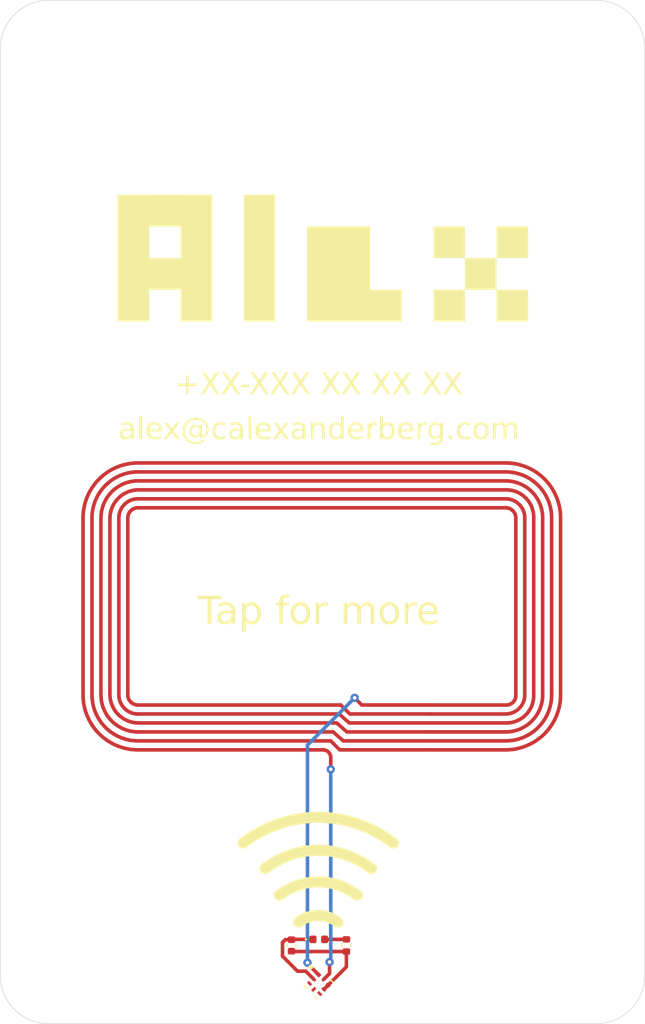
<source format=kicad_pcb>
(kicad_pcb (version 20241229) (generator "pcbnew") (generator_version "9.0")
  (title_block (title "NFC business card") (date "2024-09-01") (rev "2"))
  (layers (0 "F.Cu" signal) (2 "B.Cu" signal) (13 "F.Paste" user) (15 "B.Paste" user) (5 "F.SilkS" user "F.Silkscreen") (7 "B.SilkS" user "B.Silkscreen") (1 "F.Mask" user) (3 "B.Mask" user) (25 "Edge.Cuts" user))
  (net 0 "")
  (net 1 "Net-(U1-VCC)")
  (net 2 "Net-(D1-K)")
  (net 3 "Net-(D1-A)")
  (net 6 "Net-(U1-LA)")
  (footprint "Resistor_SMD:R_0402_1005Metric" (layer "F.Cu") (at 72.6087 106.2087 90)
    (property "Reference" "R1" (hide yes))
    (property "Value" "70Ω" (hide yes))
  )
  (footprint "LED_SMD:LED_0402_1005Metric" (layer "F.Cu") (at 70.3 105.7)
    (property "Reference" "D1" (hide yes))
    (property "Value" "LED" (hide yes))
  )
  (footprint "Capacitor_SMD:C_0402_1005Metric" (layer "F.Cu") (at 68.0087 106.2087 -90)
    (property "Reference" "C1" (hide yes))
    (property "Value" "c=200n" (hide yes))
  )
  (footprint "Business:IC_NT3H1101W0FHKH" (layer "F.Cu") (at 70.3 109.4587 -45)
    (property "Reference" "U1" (hide yes))
    (property "Value" "NT3H1101W0FHKH" (hide yes))
  )
  (gr_poly (pts (xy 56.083701 54.004533) (xy 53.437868 54.004533) (xy 53.437868 43.4212) (xy 56.083701 43.4212)) (stroke (width -0.000001)) (fill yes) (layer "F.SilkS"))
  (gr_poly (pts (xy 82.542034 48.712867) (xy 79.8962 48.712867) (xy 79.8962 46.067033) (xy 82.542034 46.067033)) (stroke (width -0.000001)) (fill yes) (layer "F.SilkS"))
  (gr_poly (pts (xy 70.868826 97.804066) (xy 71.485576 97.880558) (xy 72.097337 98.008043) (xy 72.701634 98.186523) (xy 73.295992 98.415997) (xy 73.877938 98.696465) (xy 74.444996 99.027928) (xy 74.994693 99.410385) (xy 75.013701 99.424996) (xy 75.031711 99.440373) (xy 75.048716 99.456475) (xy 75.06471 99.47326) (xy 75.079686 99.490688) (xy 75.093639 99.508718) (xy 75.106561 99.527311) (xy 75.118445 99.546424) (xy 75.129287 99.566018) (xy 75.139078 99.586052) (xy 75.147814 99.606484) (xy 75.155486 99.627275) (xy 75.162089 99.648384) (xy 75.167616 99.66977) (xy 75.172061 99.691392) (xy 75.175418 99.713209) (xy 75.177679 99.735182) (xy 75.178839 99.757269) (xy 75.178891 99.779429) (xy 75.177829 99.801623) (xy 75.175645 99.823808) (xy 75.172334 99.845945) (xy 75.167889 99.867994) (xy 75.162304 99.889912) (xy 75.155573 99.91166) (xy 75.147688 99.933197) (xy 75.138643 99.954481) (xy 75.128432 99.975474) (xy 75.117049 99.996133) (xy 75.104487 100.016419) (xy 75.090739 100.036289) (xy 75.075799 100.055705) (xy 75.068031 100.066449) (xy 75.059942 100.076862) (xy 75.051541 100.086943) (xy 75.042836 100.096692) (xy 75.033836 100.106107) (xy 75.024551 100.115189) (xy 75.005162 100.132348) (xy 74.984739 100.148164) (xy 74.963355 100.162632) (xy 74.941083 100.175746) (xy 74.917995 100.187502) (xy 74.894163 100.197895) (xy 74.869659 100.206918) (xy 74.844557 100.214567) (xy 74.818927 100.220837) (xy 74.792843 100.225723) (xy 74.766376 100.229219) (xy 74.7396 100.231321) (xy 74.712585 100.232022) (xy 74.712586 100.235548) (xy 74.693455 100.235176) (xy 74.674416 100.234054) (xy 74.655481 100.232178) (xy 74.63666 100.229543) (xy 74.617962 100.226143) (xy 74.599399 100.221973) (xy 74.58098 100.217029) (xy 74.562717 100.211305) (xy 74.544618 100.204795) (xy 74.526696 100.197496) (xy 74.508959 100.1894) (xy 74.491419 100.180504) (xy 74.474085 100.170803) (xy 74.456968 100.16029) (xy 74.440078 100.148961) (xy 74.423427 100.136811) (xy 73.940336 99.801464) (xy 73.44198 99.51083) (xy 72.930536 99.264909) (xy 72.408176 99.063701) (xy 71.877077 98.907206) (xy 71.339412 98.795423) (xy 70.797357 98.728354) (xy 70.253085 98.705997) (xy 69.708772 98.728354) (xy 69.166593 98.795423) (xy 68.628721 98.907206) (xy 68.097333 99.063701) (xy 67.574601 99.264909) (xy 67.062702 99.51083) (xy 66.56381 99.801464) (xy 66.080099 100.136811) (xy 66.060343 100.15048) (xy 66.040112 100.163058) (xy 66.019448 100.17455) (xy 65.998394 100.184961) (xy 65.976991 100.194294) (xy 65.955282 100.202555) (xy 65.933307 100.209749) (xy 65.91111 100.215878) (xy 65.888732 100.220949) (xy 65.866216 100.224965) (xy 65.843602 100.227932) (xy 65.820934 100.229853) (xy 65.798252 100.230733) (xy 65.7756 100.230577) (xy 65.753019 100.229389) (xy 65.73055 100.227174) (xy 65.708237 100.223936) (xy 65.686121 100.219679) (xy 65.664243 100.214409) (xy 65.642647 100.20813) (xy 65.621373 100.200846) (xy 65.600464 100.192562) (xy 65.579962 100.183282) (xy 65.559909 100.173011) (xy 65.540346 100.161754) (xy 65.521316 100.149514) (xy 65.502861 100.136297) (xy 65.485022 100.122106) (xy 65.467842 100.106948) (xy 65.451362 100.090825) (xy 65.435626 100.073742) (xy 65.420673 100.055705) (xy 65.406374 100.03661) (xy 65.393225 100.017038) (xy 65.381221 99.997032) (xy 65.370354 99.976631) (xy 65.360618 99.955876) (xy 65.352008 99.934808) (xy 65.344515 99.913468) (xy 65.338135 99.891896) (xy 65.33286 99.870132) (xy 65.328683 99.848218) (xy 65.3256 99.826195) (xy 65.323602 99.804102) (xy 65.322684 99.781981) (xy 65.32284 99.759872) (xy 65.324061 99.737816) (xy 65.326343 99.715854) (xy 65.329679 99.694026) (xy 65.334063 99.672373) (xy 65.339487 99.650936) (xy 65.345945 99.629755) (xy 65.353431 99.608871) (xy 65.361939 99.588325) (xy 65.371462 99.568157) (xy 65.381994 99.548408) (xy 65.393527 99.529119) (xy 65.406056 99.51033) (xy 65.419575 99.492082) (xy 65.434076 99.474417) (xy 65.449553 99.457373) (xy 65.466001 99.440993) (xy 65.483411 99.425317) (xy 65.501779 99.410385) (xy 66.052096 99.027928) (xy 66.619692 98.696465) (xy 67.202092 98.415997) (xy 67.796822 98.186523) (xy 68.401409 98.008043) (xy 69.013376 97.880558) (xy 69.630251 97.804066) (xy 70.249559 97.778569)) (stroke (width -0.000001)) (fill yes) (layer "F.SilkS"))
  (gr_poly (pts (xy 61.375368 51.3587) (xy 53.437868 51.3587) (xy 53.437868 48.712867) (xy 61.375368 48.712867)) (stroke (width -0.000001)) (fill yes) (layer "F.SilkS"))
  (gr_poly (pts (xy 61.375368 54.004533) (xy 58.729535 54.004533) (xy 58.729535 43.4212) (xy 61.375368 43.4212)) (stroke (width -0.000001)) (fill yes) (layer "F.SilkS"))
  (gr_poly (pts (xy 85.187866 51.3587) (xy 82.542034 51.3587) (xy 82.542034 48.712867) (xy 85.187866 48.712867)) (stroke (width -0.000001)) (fill yes) (layer "F.SilkS"))
  (gr_poly (pts (xy 82.542034 54.004533) (xy 79.8962 54.004533) (xy 79.8962 51.3587) (xy 82.542034 51.3587)) (stroke (width -0.000001)) (fill yes) (layer "F.SilkS"))
  (gr_poly (pts (xy 70.497231 103.245034) (xy 70.747008 103.276027) (xy 70.994821 103.327683) (xy 71.23969 103.4) (xy 71.480633 103.49298) (xy 71.716669 103.606622) (xy 71.946816 103.740926) (xy 72.170093 103.895892) (xy 72.189102 103.910504) (xy 72.207111 103.925881) (xy 72.224117 103.941982) (xy 72.240111 103.958767) (xy 72.255087 103.976196) (xy 72.26904 103.994226) (xy 72.281961 104.012819) (xy 72.293846 104.031932) (xy 72.304688 104.051526) (xy 72.314479 104.07156) (xy 72.323214 104.091992) (xy 72.330887 104.112783) (xy 72.33749 104.133892) (xy 72.343017 104.155277) (xy 72.347462 104.176899) (xy 72.350819 104.198717) (xy 72.35308 104.22069) (xy 72.35424 104.242777) (xy 72.354292 104.264937) (xy 72.353229 104.28713) (xy 72.351046 104.309316) (xy 72.347735 104.331453) (xy 72.34329 104.353502) (xy 72.337705 104.37542) (xy 72.330973 104.397168) (xy 72.323088 104.418705) (xy 72.314044 104.439989) (xy 72.303833 104.460982) (xy 72.29245 104.481641) (xy 72.279887 104.501927) (xy 72.266139 104.521797) (xy 72.2512 104.541213) (xy 72.235343 104.561208) (xy 72.218236 104.580175) (xy 72.199952 104.598078) (xy 72.180562 104.614881) (xy 72.16014 104.630547) (xy 72.138756 104.645041) (xy 72.116484 104.658325) (xy 72.093395 104.670365) (xy 72.069563 104.681124) (xy 72.04506 104.690566) (xy 72.019957 104.698655) (xy 71.994327 104.705353) (xy 71.968243 104.710627) (xy 71.941777 104.714438) (xy 71.915 104.716751) (xy 71.887986 104.71753) (xy 71.887986 104.721057) (xy 71.868855 104.720684) (xy 71.849816 104.719562) (xy 71.830881 104.717686) (xy 71.812059 104.715051) (xy 71.793362 104.711651) (xy 71.774798 104.707482) (xy 71.75638 104.702538) (xy 71.738116 104.696813) (xy 71.720018 104.690304) (xy 71.702095 104.683004) (xy 71.684358 104.674909) (xy 71.666818 104.666013) (xy 71.649484 104.656311) (xy 71.632367 104.645798) (xy 71.615477 104.634469) (xy 71.598825 104.622319) (xy 71.442697 104.513223) (xy 71.281579 104.418673) (xy 71.116183 104.338669) (xy 70.947224 104.273211) (xy 70.775413 104.222299) (xy 70.601463 104.185934) (xy 70.426088 104.164115) (xy 70.25 104.156842) (xy 70.073911 104.164115) (xy 69.898536 104.185934) (xy 69.724587 104.222299) (xy 69.552775 104.273211) (xy 69.383816 104.338669) (xy 69.21842 104.418673) (xy 69.057302 104.513223) (xy 68.901173 104.622319) (xy 68.881417 104.635988) (xy 68.861186 104.648566) (xy 68.840523 104.660058) (xy 68.819468 104.670469) (xy 68.798066 104.679802) (xy 68.776356 104.688063) (xy 68.754382 104.695257) (xy 68.732185 104.701386) (xy 68.709807 104.706457) (xy 68.68729 104.710473) (xy 68.664676 104.71344) (xy 68.642008 104.715361) (xy 68.619327 104.716241) (xy 68.596674 104.716085) (xy 68.574093 104.714897) (xy 68.551625 104.712682) (xy 68.529311 104.709443) (xy 68.507195 104.705187) (xy 68.485318 104.699917) (xy 68.463721 104.693638) (xy 68.442447 104.686354) (xy 68.421538 104.67807) (xy 68.401036 104.66879) (xy 68.380983 104.658519) (xy 68.36142 104.647262) (xy 68.34239 104.635022) (xy 68.323935 104.621805) (xy 68.306096 104.607614) (xy 68.288916 104.592456) (xy 68.272437 104.576333) (xy 68.2567 104.55925) (xy 68.241748 104.541213) (xy 68.227448 104.522118) (xy 68.2143 104.502546) (xy 68.202295 104.48254) (xy 68.191428 104.462139) (xy 68.181693 104.441384) (xy 68.173082 104.420316) (xy 68.16559 104.398976) (xy 68.159209 104.377404) (xy 68.153934 104.35564) (xy 68.149758 104.333726) (xy 68.146674 104.311703) (xy 68.144677 104.28961) (xy 68.143759 104.267489) (xy 68.143914 104.24538) (xy 68.145136 104.223324) (xy 68.147418 104.201362) (xy 68.150754 104.179534) (xy 68.155137 104.157881) (xy 68.160561 104.136444) (xy 68.167019 104.115263) (xy 68.174506 104.094379) (xy 68.183014 104.073833) (xy 68.192536 104.053665) (xy 68.203068 104.033916) (xy 68.214602 104.014627) (xy 68.227131 103.995838) (xy 68.240649 103.97759) (xy 68.25515 103.959924) (xy 68.270628 103.942881) (xy 68.287075 103.926501) (xy 68.304486 103.910824) (xy 68.322853 103.895892) (xy 68.546131 103.740926) (xy 68.776278 103.606622) (xy 69.012314 103.49298) (xy 69.253257 103.4) (xy 69.498126 103.327683) (xy 69.74594 103.276027) (xy 69.995716 103.245034) (xy 70.246474 103.234703)) (stroke (width -0.000001)) (fill yes) (layer "F.SilkS"))
  (gr_poly (pts (xy 66.667034 54.004533) (xy 64.021201 54.004533) (xy 64.021201 43.4212) (xy 66.667034 43.4212)) (stroke (width -0.000001)) (fill yes) (layer "F.SilkS"))
  (gr_poly (pts (xy 71.107143 95.05945) (xy 71.961832 95.165308) (xy 72.809764 95.341635) (xy 73.64752 95.588435) (xy 74.47168 95.905713) (xy 75.278825 96.293476) (xy 76.065535 96.751728) (xy 76.828391 97.280473) (xy 76.847399 97.295085) (xy 76.865409 97.310462) (xy 76.882414 97.326563) (xy 76.898408 97.343348) (xy 76.913385 97.360776) (xy 76.927337 97.378807) (xy 76.940259 97.397399) (xy 76.952144 97.416513) (xy 76.962985 97.436107) (xy 76.972777 97.45614) (xy 76.981512 97.476573) (xy 76.989184 97.497364) (xy 76.995787 97.518473) (xy 77.001315 97.539858) (xy 77.00576 97.56148) (xy 77.009116 97.583298) (xy 77.011378 97.60527) (xy 77.012538 97.627357) (xy 77.012589 97.649518) (xy 77.011527 97.671711) (xy 77.009343 97.693897) (xy 77.006032 97.716034) (xy 77.001588 97.738082) (xy 76.996003 97.760001) (xy 76.989271 97.781749) (xy 76.981386 97.803286) (xy 76.972341 97.824571) (xy 76.962131 97.845563) (xy 76.950747 97.866222) (xy 76.938185 97.886508) (xy 76.924437 97.906379) (xy 76.909497 97.925794) (xy 76.892322 97.946952) (xy 76.873917 97.966781) (xy 76.854376 97.985278) (xy 76.833791 98.002437) (xy 76.812256 98.018253) (xy 76.789863 98.032721) (xy 76.766706 98.045835) (xy 76.742877 98.057591) (xy 76.71847 98.067984) (xy 76.693578 98.077007) (xy 76.668292 98.084656) (xy 76.642707 98.090926) (xy 76.616916 98.095812) (xy 76.591011 98.099308) (xy 76.565085 98.10141) (xy 76.539231 98.102111) (xy 76.5201 98.101738) (xy 76.501061 98.100617) (xy 76.482126 98.098741) (xy 76.463304 98.096105) (xy 76.444607 98.092706) (xy 76.426044 98.088536) (xy 76.407625 98.083592) (xy 76.389362 98.077867) (xy 76.371263 98.071358) (xy 76.353341 98.064058) (xy 76.335604 98.055963) (xy 76.318064 98.047067) (xy 76.30073 98.037365) (xy 76.283613 98.026853) (xy 76.266723 98.015524) (xy 76.250071 98.003374) (xy 75.554444 97.521119) (xy 74.836986 97.103164) (xy 74.100829 96.749511) (xy 73.349104 96.460158) (xy 72.584939 96.235105) (xy 71.811467 96.074354) (xy 71.031816 95.977903) (xy 70.249118 95.945752) (xy 69.466502 95.977903) (xy 68.6871 96.074354) (xy 67.91404 96.235105) (xy 67.150454 96.460158) (xy 66.399473 96.749511) (xy 65.664225 97.103164) (xy 64.947842 97.521119) (xy 64.253454 98.003374) (xy 64.233697 98.017042) (xy 64.213466 98.029621) (xy 64.192803 98.041113) (xy 64.171748 98.051523) (xy 64.150346 98.060857) (xy 64.128636 98.069118) (xy 64.106662 98.076311) (xy 64.084465 98.082441) (xy 64.062087 98.087512) (xy 64.03957 98.091528) (xy 64.016956 98.094494) (xy 63.994288 98.096415) (xy 63.971607 98.097296) (xy 63.948954 98.097139) (xy 63.926373 98.095951) (xy 63.903905 98.093736) (xy 63.881592 98.090498) (xy 63.859475 98.086242) (xy 63.837598 98.080972) (xy 63.816001 98.074693) (xy 63.794727 98.067409) (xy 63.773818 98.059124) (xy 63.753316 98.049845) (xy 63.733263 98.039574) (xy 63.7137 98.028316) (xy 63.69467 98.016077) (xy 63.676215 98.002859) (xy 63.658376 97.988669) (xy 63.641196 97.97351) (xy 63.624717 97.957388) (xy 63.60898 97.940305) (xy 63.594027 97.922268) (xy 63.579398 97.903483) (xy 63.565921 97.884182) (xy 63.553592 97.864409) (xy 63.542406 97.844206) (xy 63.53236 97.823616) (xy 63.523448 97.80268) (xy 63.515666 97.781443) (xy 63.50901 97.759946) (xy 63.503474 97.738232) (xy 63.499055 97.716343) (xy 63.495747 97.694323) (xy 63.493547 97.672214) (xy 63.49245 97.650059) (xy 63.492451 97.627899) (xy 63.493546 97.605778) (xy 63.495731 97.583739) (xy 63.499 97.561823) (xy 63.503349 97.540074) (xy 63.508774 97.518535) (xy 63.51527 97.497247) (xy 63.522833 97.476254) (xy 63.531458 97.455597) (xy 63.541141 97.435321) (xy 63.551877 97.415466) (xy 63.563661 97.396077) (xy 63.57649 97.377195) (xy 63.590358 97.358863) (xy 63.605261 97.341124) (xy 63.621194 97.32402) (xy 63.638154 97.307594) (xy 63.656135 97.291889) (xy 63.675133 97.276947) (xy 64.436749 96.748823) (xy 65.222385 96.291121) (xy 66.028621 95.903845) (xy 66.852038 95.587002) (xy 67.689215 95.340596) (xy 68.536734 95.164633) (xy 69.391175 95.059117) (xy 70.249118 95.024055)) (stroke (width -0.000001)) (fill yes) (layer "F.SilkS"))
  (gr_poly (pts (xy 87.8337 54.004533) (xy 85.187866 54.004533) (xy 85.187866 51.3587) (xy 87.8337 51.3587)) (stroke (width -0.000001)) (fill yes) (layer "F.SilkS"))
  (gr_poly (pts (xy 77.250366 54.004533) (xy 71.9587 54.004533) (xy 71.9587 51.3587) (xy 77.250366 51.3587)) (stroke (width -0.000001)) (fill yes) (layer "F.SilkS"))
  (gr_poly (pts (xy 87.8337 48.712867) (xy 85.187866 48.712867) (xy 85.187866 46.067033) (xy 87.8337 46.067033)) (stroke (width -0.000001)) (fill yes) (layer "F.SilkS"))
  (gr_poly (pts (xy 74.604534 54.004533) (xy 69.312867 54.004533) (xy 69.312867 46.067033) (xy 74.604534 46.067033)) (stroke (width -0.000001)) (fill yes) (layer "F.SilkS"))
  (gr_poly (pts (xy 70.713071 100.446826) (xy 71.176036 100.504101) (xy 71.635261 100.599561) (xy 72.088876 100.733204) (xy 72.535012 100.90503) (xy 72.971798 101.11504) (xy 73.397365 101.363234) (xy 73.809842 101.649612) (xy 73.82885 101.664224) (xy 73.84686 101.679601) (xy 73.863865 101.695702) (xy 73.879859 101.712487) (xy 73.894836 101.729915) (xy 73.908788 101.747946) (xy 73.92171 101.766538) (xy 73.933595 101.785652) (xy 73.944436 101.805245) (xy 73.954228 101.825279) (xy 73.962963 101.845712) (xy 73.970635 101.866503) (xy 73.977238 101.887611) (xy 73.982766 101.908997) (xy 73.987211 101.930619) (xy 73.990567 101.952437) (xy 73.992829 101.974409) (xy 73.993989 101.996496) (xy 73.994041 102.018656) (xy 73.992978 102.04085) (xy 73.990794 102.063036) (xy 73.987484 102.085173) (xy 73.983039 102.107221) (xy 73.977454 102.129139) (xy 73.970722 102.150887) (xy 73.962837 102.172424) (xy 73.953792 102.193709) (xy 73.943582 102.214701) (xy 73.932198 102.23536) (xy 73.919636 102.255646) (xy 73.905888 102.275517) (xy 73.890948 102.294932) (xy 73.873852 102.31609) (xy 73.855671 102.335919) (xy 73.836478 102.354416) (xy 73.816344 102.371575) (xy 73.795343 102.387391) (xy 73.773546 102.401859) (xy 73.751026 102.414974) (xy 73.727855 102.426729) (xy 73.704105 102.437122) (xy 73.67985 102.446145) (xy 73.65516 102.453794) (xy 73.630109 102.460064) (xy 73.604768 102.46495) (xy 73.579211 102.468446) (xy 73.553509 102.470548) (xy 73.527735 102.47125) (xy 73.527735 102.474776) (xy 73.508603 102.474403) (xy 73.489565 102.473281) (xy 73.47063 102.471405) (xy 73.451808 102.46877) (xy 73.433111 102.46537) (xy 73.414548 102.461201) (xy 73.396129 102.456257) (xy 73.377865 102.450532) (xy 73.359767 102.444023) (xy 73.341844 102.436723) (xy 73.324108 102.428628) (xy 73.306567 102.419732) (xy 73.289233 102.41003) (xy 73.272116 102.399517) (xy 73.255227 102.388188) (xy 73.238575 102.376038) (xy 72.893363 102.13553) (xy 72.537142 101.92709) (xy 72.171469 101.750718) (xy 71.797898 101.606414) (xy 71.417984 101.494177) (xy 71.033281 101.414007) (xy 70.645345 101.365906) (xy 70.25573 101.349872) (xy 69.86599 101.365906) (xy 69.477682 101.414007) (xy 69.092359 101.494177) (xy 68.711577 101.606414) (xy 68.33689 101.750718) (xy 67.969854 101.92709) (xy 67.612022 102.13553) (xy 67.26495 102.376038) (xy 67.245194 102.389707) (xy 67.224963 102.402285) (xy 67.204299 102.413777) (xy 67.183245 102.424188) (xy 67.161842 102.433521) (xy 67.140133 102.441783) (xy 67.118158 102.448976) (xy 67.095961 102.455105) (xy 67.073583 102.460176) (xy 67.051067 102.464192) (xy 67.028453 102.467159) (xy 67.005785 102.46908) (xy 66.983103 102.46996) (xy 66.960451 102.469804) (xy 66.93787 102.468616) (xy 66.915401 102.466401) (xy 66.893088 102.463163) (xy 66.870972 102.458906) (xy 66.849094 102.453636) (xy 66.827498 102.447357) (xy 66.806224 102.440073) (xy 66.785315 102.431789) (xy 66.764813 102.422509) (xy 66.744759 102.412238) (xy 66.725197 102.400981) (xy 66.706167 102.388741) (xy 66.687711 102.375524) (xy 66.669873 102.361334) (xy 66.652693 102.346175) (xy 66.636213 102.330052) (xy 66.620476 102.31297) (xy 66.605524 102.294932) (xy 66.591225 102.275837) (xy 66.578076 102.256266) (xy 66.566072 102.236259) (xy 66.555205 102.215858) (xy 66.545469 102.195104) (xy 66.536858 102.174036) (xy 66.529366 102.152695) (xy 66.522986 102.131123) (xy 66.51771 102.10936) (xy 66.513534 102.087446) (xy 66.510451 102.065422) (xy 66.508453 102.043329) (xy 66.507535 102.021208) (xy 66.50769 101.999099) (xy 66.508912 101.977044) (xy 66.511194 101.955081) (xy 66.51453 101.933253) (xy 66.518913 101.9116) (xy 66.524337 101.890163) (xy 66.530796 101.868982) (xy 66.538282 101.848098) (xy 66.54679 101.827552) (xy 66.556313 101.807384) (xy 66.566844 101.787635) (xy 66.578378 101.768346) (xy 66.590907 101.749557) (xy 66.604426 101.73131) (xy 66.618927 101.713644) (xy 66.634404 101.696601) (xy 66.650851 101.68022) (xy 66.668262 101.664544) (xy 66.68663 101.649612) (xy 67.099107 101.363234) (xy 67.524673 101.11504) (xy 67.961459 100.90503) (xy 68.407595 100.733204) (xy 68.86121 100.599561) (xy 69.320436 100.504101) (xy 69.783401 100.446826) (xy 70.248236 100.427734)) (stroke (width -0.000001)) (fill yes) (layer "F.SilkS"))
  (gr_poly (pts (xy 61.375368 46.067033) (xy 53.437868 46.067033) (xy 53.437868 43.4212) (xy 61.375368 43.4212)) (stroke (width -0.000001)) (fill yes) (layer "F.SilkS"))
  (gr_line (start 93.55 112.75) (end 47.67 112.75) (stroke (width 0.05)) (layer "Edge.Cuts"))
  (gr_arc (start 93.55 27.15) (mid 96.413782 28.336218) (end 97.6 31.2) (stroke (width 0.05)) (layer "Edge.Cuts"))
  (gr_line (start 97.6 31.2) (end 97.6 108.7) (stroke (width 0.05)) (layer "Edge.Cuts"))
  (gr_arc (start 97.6 108.7) (mid 96.413782 111.563782) (end 93.55 112.75) (stroke (width 0.05)) (layer "Edge.Cuts"))
  (gr_arc (start 47.67 112.75) (mid 44.806218 111.563782) (end 43.62 108.7) (stroke (width 0.05)) (layer "Edge.Cuts"))
  (gr_line (start 47.67 27.15) (end 93.55 27.15) (stroke (width 0.05)) (layer "Edge.Cuts"))
  (gr_arc (start 43.62 31.2) (mid 44.806218 28.336218) (end 47.67 27.15) (stroke (width 0.05)) (layer "Edge.Cuts"))
  (gr_line (start 43.62 108.7) (end 43.62 31.2) (stroke (width 0.05)) (layer "Edge.Cuts"))
  (gr_text "alex@calexanderberg.com" (at 70.3 64.1587 0) (layer "F.SilkS") (effects (font (size 1.8 1.8)) (justify bottom)))
  (gr_text "Tap for more" (at 70.3 79.7 0) (layer "F.SilkS") (effects (font (size 2.3 2.3)) (justify bottom)))
  (gr_text "+XX-XXX XX XX XX" (at 70.3 60.4087 0) (layer "F.SilkS") (effects (font (size 1.8 1.8)) (justify bottom)))
  (segment (start 72.6087 107.998528) (end 71.077817 109.529411) (width 0.3) (layer "F.Cu") (net 1))
  (segment (start 72.6087 106.7187) (end 72.6087 107.998528) (width 0.3) (layer "F.Cu") (net 1))
  (segment (start 68.0387 106.7187) (end 68.0087 106.6887) (width 0.2) (layer "F.Cu") (net 1))
  (segment (start 68.06 106.66) (end 68 106.72) (width 0.2) (layer "F.Cu") (net 1))
  (segment (start 72.6087 106.7187) (end 68.0387 106.7187) (width 0.3) (layer "F.Cu") (net 1))
  (segment (start 71.077817 109.529411) (end 70.724264 109.882964) (width 0.3) (layer "F.Cu") (net 1))
  (segment (start 69.20435 108.3587) (end 68.5087 108.3587) (width 0.3) (layer "F.Cu") (net 2))
  (segment (start 67.2587 105.9587) (end 67.4887 105.7287) (width 0.3) (layer "F.Cu") (net 2))
  (segment (start 68.0374 105.7) (end 68.0087 105.7287) (width 0.3) (layer "F.Cu") (net 2))
  (segment (start 68.5087 108.3587) (end 67.2587 107.1087) (width 0.3) (layer "F.Cu") (net 2))
  (segment (start 67.4887 105.7287) (end 68.0087 105.7287) (width 0.3) (layer "F.Cu") (net 2))
  (segment (start 69.875736 109.034436) (end 69.875736 109.030086) (width 0.3) (layer "F.Cu") (net 2))
  (segment (start 69.815 105.7) (end 68.0374 105.7) (width 0.3) (layer "F.Cu") (net 2))
  (segment (start 67.2587 107.1087) (end 67.2587 105.9587) (width 0.3) (layer "F.Cu") (net 2))
  (segment (start 69.875736 109.030086) (end 69.20435 108.3587) (width 0.3) (layer "F.Cu") (net 2))
  (segment (start 70.7863 105.6987) (end 70.785 105.7) (width 0.3) (layer "F.Cu") (net 3))
  (segment (start 72.6087 105.6987) (end 70.7863 105.6987) (width 0.3) (layer "F.Cu") (net 3))
  (segment (start 51.32014 70.05948) (end 51.343 69.8639) (width 0.3) (layer "F.Cu") (net 6))
  (segment (start 89.93322 68.1494) (end 90.0399 68.3399) (width 0.3) (layer "F.Cu") (net 6))
  (segment (start 87.81994 67.08006) (end 87.98758 67.17912) (width 0.3) (layer "F.Cu") (net 6))
  (segment (start 52.105 87.6058) (end 51.9907 87.44832) (width 0.3) (layer "F.Cu") (net 6))
  (segment (start 52.359 86.59234) (end 52.28788 86.43486) (width 0.3) (layer "F.Cu") (net 6))
  (segment (start 90.29644 68.94442) (end 90.36502 69.1527) (width 0.3) (layer "F.Cu") (net 6))
  (segment (start 77.85024 87.59774) (end 72.85066 87.59774) (width 0.3) (layer "F.Cu") (net 6))
  (segment (start 54.31734 70.2703) (end 54.3402 70.18394) (width 0.3) (layer "F.Cu") (net 6))
  (segment (start 53.59598 86.98096) (end 53.48676 86.87682) (width 0.3) (layer "F.Cu") (net 6))
  (segment (start 86.0521 87.60072) (end 86.04912 87.59774) (width 0.3) (layer "F.Cu") (net 6))
  (segment (start 71.49938 88.34704) (end 55.1509 88.34704) (width 0.3) (layer "F.Cu") (net 6))
  (segment (start 89.1255 88.57862) (end 88.96294 88.72594) (width 0.3) (layer "F.Cu") (net 6))
  (segment (start 51.88148 87.28576) (end 51.78242 87.11812) (width 0.3) (layer "F.Cu") (net 6))
  (segment (start 52.80096 85.24868) (end 52.80096 70.4481) (width 0.3) (layer "F.Cu") (net 6))
  (segment (start 89.28044 88.42368) (end 89.1255 88.57862) (width 0.3) (layer "F.Cu") (net 6))
  (segment (start 89.56238 86.58726) (end 89.48872 86.7676) (width 0.3) (layer "F.Cu") (net 6))
  (segment (start 54.02016 86.37898) (end 53.9338 86.28754) (width 0.3) (layer "F.Cu") (net 6))
  (segment (start 53.95666 87.2502) (end 53.8322 87.16892) (width 0.3) (layer "F.Cu") (net 6))
  (segment (start 87.3221 87.18416) (end 87.1951 87.26798) (width 0.3) (layer "F.Cu") (net 6))
  (segment (start 86.4458 86.77014) (end 86.32388 86.8057) (width 0.3) (layer "F.Cu") (net 6))
  (segment (start 86.80902 88.22556) (end 86.63884 88.26874) (width 0.3) (layer "F.Cu") (net 6))
  (segment (start 50.88072 68.73868) (end 50.96708 68.53802) (width 0.3) (layer "F.Cu") (net 6))
  (segment (start 54.80248 67.36962) (end 54.97774 67.35438) (width 0.3) (layer "F.Cu") (net 6))
  (segment (start 86.98936 86.46534) (end 86.8903 86.54408) (width 0.3) (layer "F.Cu") (net 6))
  (segment (start 86.80044 70.4313) (end 86.80044 85.33066) (width 0.3) (layer "F.Cu") (net 6))
  (segment (start 88.37366 87.18162) (end 88.2619 87.3137) (width 0.3) (layer "F.Cu") (net 6))
  (segment (start 86.72774 70.10266) (end 86.76076 70.18394) (width 0.3) (layer "F.Cu") (net 6))
  (segment (start 54.65262 68.1621) (end 54.79994 68.13162) (width 0.3) (layer "F.Cu") (net 6))
  (segment (start 87.5507 85.24868) (end 87.54562 85.37314) (width 0.3) (layer "F.Cu") (net 6))
  (segment (start 52.88986 69.85374) (end 52.93558 69.70896) (width 0.3) (layer "F.Cu") (net 6))
  (segment (start 53.85506 66.03358) (end 54.06588 65.9777) (width 0.3) (layer "F.Cu") (net 6))
  (segment (start 71.08282 90.01074) (end 71.01932 89.96248) (width 0.3) (layer "F.Cu") (net 6))
  (segment (start 86.67694 69.02316) (end 86.78616 69.08412) (width 0.3) (layer "F.Cu") (net 6))
  (segment (start 89.02898 85.59666) (end 89.00612 85.76684) (width 0.3) (layer "F.Cu") (net 6))
  (segment (start 86.29848 88.32716) (end 86.12322 88.3424) (width 0.3) (layer "F.Cu") (net 6))
  (segment (start 89.02898 70.10012) (end 89.04422 70.27538) (width 0.3) (layer "F.Cu") (net 6))
  (segment (start 54.80502 69.67086) (end 54.8863 69.63784) (width 0.3) (layer "F.Cu") (net 6))
  (segment (start 53.59598 68.71582) (end 53.71028 68.61676) (width 0.3) (layer "F.Cu") (net 6))
  (segment (start 51.47762 69.29494) (end 51.53858 69.10952) (width 0.3) (layer "F.Cu") (net 6))
  (segment (start 54.2259 87.3899) (end 54.08874 87.32386) (width 0.3) (layer "F.Cu") (net 6))
  (segment (start 89.80114 70.4481) (end 89.80114 84.49938) (width 0.3) (layer "F.Cu") (net 6))
  (segment (start 54.49514 65.89388) (end 54.71358 65.86848) (width 0.3) (layer "F.Cu") (net 6))
  (segment (start 54.9498 68.1113) (end 55.09966 68.10114) (width 0.3) (layer "F.Cu") (net 6))
  (segment (start 70.95328 89.92184) (end 70.88216 89.89136) (width 0.3) (layer "F.Cu") (net 6))
  (segment (start 53.629 69.9528) (end 53.67218 69.83596) (width 0.3) (layer "F.Cu") (net 6))
  (segment (start 87.44148 68.60406) (end 87.3221 68.51516) (width 0.3) (layer "F.Cu") (net 6))
  (segment (start 51.32014 85.6373) (end 51.3049 85.44426) (width 0.3) (layer "F.Cu") (net 6))
  (segment (start 53.05242 69.4321) (end 53.12354 69.30002) (width 0.3) (layer "F.Cu") (net 6))
  (segment (start 52.80096 70.4481) (end 52.80858 70.29824) (width 0.3) (layer "F.Cu") (net 6))
  (segment (start 87.4491 87.9614) (end 87.29416 88.04014) (width 0.3) (layer "F.Cu") (net 6))
  (segment (start 87.29416 67.65664) (end 87.4491 67.73538) (width 0.3) (layer "F.Cu") (net 6))
  (segment (start 86.5347 89.05614) (end 86.33912 89.079) (width 0.3) (layer "F.Cu") (net 6))
  (segment (start 87.46942 88.7869) (end 87.28908 88.86056) (width 0.3) (layer "F.Cu") (net 6))
  (segment (start 53.44104 89.51842) (end 53.24038 89.43206) (width 0.3) (layer "F.Cu") (net 6))
  (segment (start 53.8068 67.65664) (end 53.96428 67.58552) (width 0.3) (layer "F.Cu") (net 6))
  (segment (start 87.2459 66.03358) (end 87.45418 66.10216) (width 0.3) (layer "F.Cu") (net 6))
  (segment (start 70.88216 89.89136) (end 70.80596 89.86596) (width 0.3) (layer "F.Cu") (net 6))
  (segment (start 88.19586 69.70642) (end 88.14506 69.56672) (width 0.3) (layer "F.Cu") (net 6))
  (segment (start 79.70104 88.34704) (end 72.65 88.34704) (width 0.3) (layer "F.Cu") (net 6))
  (segment (start 89.697 67.7811) (end 89.82146 67.96144) (width 0.3) (layer "F.Cu") (net 6))
  (segment (start 89.67922 86.21388) (end 89.62334 86.40184) (width 0.3) (layer "F.Cu") (net 6))
  (segment (start 88.14506 86.1326) (end 88.08664 86.2723) (width 0.3) (layer "F.Cu") (net 6))
  (segment (start 85.9505 89.84862) (end 79.70148 89.84862) (width 0.3) (layer "F.Cu") (net 6))
  (segment (start 72.85066 87.59774) (end 71.99976 86.84844) (width 0.3) (layer "F.Cu") (net 6))
  (segment (start 89.21948 87.28576) (end 89.11026 87.44832) (width 0.3) (layer "F.Cu") (net 6))
  (segment (start 53.28864 86.64822) (end 53.20228 86.5263) (width 0.3) (layer "F.Cu") (net 6))
  (segment (start 87.03508 89.71908) (end 86.82172 89.7648) (width 0.3) (layer "F.Cu") (net 6))
  (segment (start 55.026 86.8438) (end 54.899 86.82856) (width 0.3) (layer "F.Cu") (net 6))
  (segment (start 86.9284 68.29418) (end 86.7887 68.2383) (width 0.3) (layer "F.Cu") (net 6))
  (segment (start 55.25206 87.59818) (end 55.09966 87.59564) (width 0.3) (layer "F.Cu") (net 6))
  (segment (start 85.9505 66.59746) (end 86.14608 66.60254) (width 0.3) (layer "F.Cu") (net 6))
  (segment (start 86.7887 68.2383) (end 86.64392 68.19004) (width 0.3) (layer "F.Cu") (net 6))
  (segment (start 51.78242 68.57866) (end 51.88148 68.41102) (width 0.3) (layer "F.Cu") (net 6))
  (segment (start 54.6323 88.3043) (end 54.46212 88.26874) (width 0.3) (layer "F.Cu") (net 6))
  (segment (start 55.15142 86.84844) (end 55.15116 86.84818) (width 0.3) (layer "F.Cu") (net 6))
  (segment (start 54.65516 86.77014) (end 54.53832 86.72696) (width 0.3) (layer "F.Cu") (net 6))
  (segment (start 87.13668 88.11126) (end 86.97412 88.17476) (width 0.3) (layer "F.Cu") (net 6))
  (segment (start 53.24038 89.43206) (end 53.04226 89.33808) (width 0.3) (layer "F.Cu") (net 6))
  (segment (start 54.42402 69.02316) (end 54.53832 68.96982) (width 0.3) (layer "F.Cu") (net 6))
  (segment (start 87.85804 86.66092) (end 87.76406 86.77776) (width 0.3) (layer "F.Cu") (net 6))
  (segment (start 53.78648 86.08434) (end 53.72552 85.97512) (width 0.3) (layer "F.Cu") (net 6))
  (segment (start 90.29644 86.75236) (end 90.22024 86.9581) (width 0.3) (layer "F.Cu") (net 6))
  (segment (start 88.6175 88.99518) (end 88.43716 89.11964) (width 0.3) (layer "F.Cu") (net 6))
  (segment (start 88.87658 69.42448) (end 88.92738 69.58958) (width 0.3) (layer "F.Cu") (net 6))
  (segment (start 51.6732 88.26112) (end 51.5335 88.09094) (width 0.3) (layer "F.Cu") (net 6))
  (segment (start 87.59896 67.82428) (end 87.74374 67.9208) (width 0.3) (layer "F.Cu") (net 6))
  (segment (start 55.15116 86.84818) (end 55.15046 86.84888) (width 0.3) (layer "F.Cu") (net 6))
  (segment (start 54.21066 69.1527) (end 54.3148 69.08412) (width 0.3) (layer "F.Cu") (net 6))
  (segment (start 86.05044 86.09958) (end 79.80396 86.09958) (width 0.3) (layer "F.Cu") (net 6))
  (segment (start 87.06302 68.35768) (end 86.9284 68.29418) (width 0.3) (layer "F.Cu") (net 6))
  (segment (start 54.97774 67.35438) (end 55.15046 67.3493) (width 0.3) (layer "F.Cu") (net 6))
  (segment (start 86.71846 85.65762) (end 86.67782 85.72874) (width 0.3) (layer "F.Cu") (net 6))
  (segment (start 87.16716 69.40924) (end 87.2459 69.5083) (width 0.3) (layer "F.Cu") (net 6))
  (segment (start 72.9007 86.84844) (end 72.15044 86.09818) (width 0.3) (layer "F.Cu") (net 6))
  (segment (start 87.42878 69.83596) (end 87.47196 69.9528) (width 0.3) (layer "F.Cu") (net 6))
  (segment (start 87.74374 87.77598) (end 87.59896 87.8725) (width 0.3) (layer "F.Cu") (net 6))
  (segment (start 86.60582 89.8029) (end 86.38738 89.8283) (width 0.3) (layer "F.Cu") (net 6))
  (segment (start 89.48872 86.7676) (end 89.40744 86.9454) (width 0.3) (layer "F.Cu") (net 6))
  (segment (start 90.36502 69.1527) (end 90.4209 69.36352) (width 0.3) (layer "F.Cu") (net 6))
  (segment (start 86.46866 67.39248) (end 86.63884 67.42804) (width 0.3) (layer "F.Cu") (net 6))
  (segment (start 86.75148 85.57888) (end 86.71846 85.65762) (width 0.3) (layer "F.Cu") (net 6))
  (segment (start 88.2492 66.46538) (end 88.43716 66.57714) (width 0.3) (layer "F.Cu") (net 6))
  (segment (start 51.53858 86.58726) (end 51.47762 86.40184) (width 0.3) (layer "F.Cu") (net 6))
  (segment (start 88.30254 70.45064) (end 88.3 70.29824) (width 0.3) (layer "F.Cu") (net 6))
  (segment (start 52.62316 68.65486) (end 52.7273 68.51516) (width 0.3) (layer "F.Cu") (net 6))
  (segment (start 51.97546 88.57862) (end 51.82052 88.42368) (width 0.3) (layer "F.Cu") (net 6))
  (segment (start 52.7273 87.18162) (end 52.62316 87.04192) (width 0.3) (layer "F.Cu") (net 6))
  (segment (start 52.95082 88.40844) (end 52.79334 88.29414) (width 0.3) (layer "F.Cu") (net 6))
  (segment (start 86.21466 69.63784) (end 86.29594 69.67086) (width 0.3) (layer "F.Cu") (net 6))
  (segment (start 70.72976 89.85326) (end 70.65102 89.84818) (width 0.3) (layer "F.Cu") (net 6))
  (segment (start 86.07496 86.8438) (end 85.9505 86.84888) (width 0.3) (layer "F.Cu") (net 6))
  (segment (start 50.63434 86.1199) (end 50.59624 85.904) (width 0.3) (layer "F.Cu") (net 6))
  (segment (start 88.97056 69.75976) (end 89.00612 69.92994) (width 0.3) (layer "F.Cu") (net 6))
  (segment (start 54.95488 66.60254) (end 55.15046 66.59746) (width 0.3) (layer "F.Cu") (net 6))
  (segment (start 88.45748 67.5271) (end 88.60226 67.65664) (width 0.3) (layer "F.Cu") (net 6))
  (segment (start 51.88148 68.41102) (end 51.9907 68.24846) (width 0.3) (layer "F.Cu") (net 6))
  (segment (start 54.97266 86.0818) (end 54.8863 86.05894) (width 0.3) (layer "F.Cu") (net 6))
  (segment (start 52.4987 67.65664) (end 52.64348 67.5271) (width 0.3) (layer "F.Cu") (net 6))
  (segment (start 54.80502 86.02592) (end 54.72628 85.98528) (width 0.3) (layer "F.Cu") (net 6))
  (segment (start 54.6323 67.39248) (end 54.80248 67.36962) (width 0.3) (layer "F.Cu") (net 6))
  (segment (start 86.20196 87.5931) (end 86.0521 87.60072) (width 0.3) (layer "F.Cu") (net 6))
  (segment (start 52.6638 66.57714) (end 52.84922 66.46538) (width 0.3) (layer "F.Cu") (net 6))
  (segment (start 53.63154 88.7869) (end 53.45374 88.70562) (width 0.3) (layer "F.Cu") (net 6))
  (segment (start 54.41386 70.02392) (end 54.46212 69.94772) (width 0.3) (layer "F.Cu") (net 6))
  (segment (start 52.82636 85.5484) (end 52.80858 85.39854) (width 0.3) (layer "F.Cu") (net 6))
  (segment (start 69.35 107.730882) (end 70.264645 108.645527) (width 0.3) (layer "F.Cu") (net 6))
  (segment (start 89.21948 68.41102) (end 89.31854 68.57866) (width 0.3) (layer "F.Cu") (net 6))
  (segment (start 50.5556 85.46712) (end 50.55052 85.24868) (width 0.3) (layer "F.Cu") (net 6))
  (segment (start 88.79276 88.86564) (end 88.6175 88.99518) (width 0.3) (layer "F.Cu") (net 6))
  (segment (start 89.82146 87.73534) (end 89.697 87.91568) (width 0.3) (layer "F.Cu") (net 6))
  (segment (start 50.55052 85.24868) (end 50.55052 70.4481) (width 0.3) (layer "F.Cu") (net 6))
  (segment (start 79.70104 89.84818) (end 72.05056 89.84818) (width 0.3) (layer "F.Cu") (net 6))
  (segment (start 88.3 70.29824) (end 88.28984 70.14838) (width 0.3) (layer "F.Cu") (net 6))
  (segment (start 86.51018 85.91924) (end 86.44414 85.9675) (width 0.3) (layer "F.Cu") (net 6))
  (segment (start 87.98758 67.17912) (end 88.15014 67.28834) (width 0.3) (layer "F.Cu") (net 6))
  (segment (start 86.78616 86.61266) (end 86.67694 86.67362) (width 0.3) (layer "F.Cu") (net 6))
  (segment (start 54.08874 87.32386) (end 53.95666 87.2502) (width 0.3) (layer "F.Cu") (net 6))
  (segment (start 87.55578 86.9962) (end 87.44148 87.09526) (width 0.3) (layer "F.Cu") (net 6))
  (segment (start 90.36502 86.54408) (end 90.29644 86.75236) (width 0.3) (layer "F.Cu") (net 6))
  (segment (start 54.72628 85.98528) (end 54.65008 85.93702) (width 0.3) (layer "F.Cu") (net 6))
  (segment (start 51.69352 68.75138) (end 51.78242 68.57866) (width 0.3) (layer "F.Cu") (net 6))
  (segment (start 54.42402 86.67362) (end 54.3148 86.61266) (width 0.3) (layer "F.Cu") (net 6))
  (segment (start 86.78616 69.08412) (end 86.8903 69.1527) (width 0.3) (layer "F.Cu") (net 6))
  (segment (start 88.01552 87.56008) (end 87.88344 87.67184) (width 0.3) (layer "F.Cu") (net 6))
  (segment (start 87.28908 66.83622) (end 87.46942 66.90988) (width 0.3) (layer "F.Cu") (net 6))
  (segment (start 88.96294 88.72594) (end 88.79276 88.86564) (width 0.3) (layer "F.Cu") (net 6))
  (segment (start 85.9505 86.84888) (end 79.70148 86.84888) (width 0.3) (layer "F.Cu") (net 6))
  (segment (start 53.85506 89.6632) (end 53.64678 89.59462) (width 0.3) (layer "F.Cu") (net 6))
  (segment (start 88.8715 67.94112) (end 88.99596 68.09098) (width 0.3) (layer "F.Cu") (net 6))
  (segment (start 89.48872 68.92918) (end 89.56238 69.10952) (width 0.3) (layer "F.Cu") (net 6))
  (segment (start 88.66322 86.74728) (end 88.57432 86.89714) (width 0.3) (layer "F.Cu") (net 6))
  (segment (start 86.46866 88.3043) (end 86.29848 88.32716) (width 0.3) (layer "F.Cu") (net 6))
  (segment (start 86.56264 86.72696) (end 86.4458 86.77014) (width 0.3) (layer "F.Cu") (net 6))
  (segment (start 54.37322 70.10266) (end 54.41386 70.02392) (width 0.3) (layer "F.Cu") (net 6))
  (segment (start 50.57084 85.68556) (end 50.5556 85.46712) (width 0.3) (layer "F.Cu") (net 6))
  (segment (start 86.4458 68.92664) (end 86.56264 68.96982) (width 0.3) (layer "F.Cu") (net 6))
  (segment (start 53.95666 68.44658) (end 54.08874 68.37292) (width 0.3) (layer "F.Cu") (net 6))
  (segment (start 72.05056 89.84818) (end 71.29872 89.09888) (width 0.3) (layer "F.Cu") (net 6))
  (segment (start 51.82052 88.42368) (end 51.6732 88.26112) (width 0.3) (layer "F.Cu") (net 6))
  (segment (start 53.8322 87.16892) (end 53.71028 87.08002) (width 0.3) (layer "F.Cu") (net 6))
  (segment (start 55.026 68.85298) (end 55.15046 68.8479) (width 0.3) (layer "F.Cu") (net 6))
  (segment (start 86.44414 85.9675) (end 86.37048 86.01068) (width 0.3) (layer "F.Cu") (net 6))
  (segment (start 90.54536 85.46712) (end 90.53012 85.68556) (width 0.3) (layer "F.Cu") (net 6))
  (segment (start 64.90002 87.59818) (end 55.25206 87.59818) (width 0.3) (layer "F.Cu") (net 6))
  (segment (start 51.37856 69.6734) (end 51.42174 69.4829) (width 0.3) (layer "F.Cu") (net 6))
  (segment (start 87.86058 89.43206) (end 87.65992 89.51842) (width 0.3) (layer "F.Cu") (net 6))
  (segment (start 52.93558 69.70896) (end 52.98892 69.56926) (width 0.3) (layer "F.Cu") (net 6))
  (segment (start 70.724264 109.034436) (end 71.2 108.5587) (width 0.3) (layer "F.Cu") (net 6))
  (segment (start 87.94186 86.53646) (end 87.85804 86.66092) (width 0.3) (layer "F.Cu") (net 6))
  (segment (start 86.9157 88.9774) (end 86.7252 89.02058) (width 0.3) (layer "F.Cu") (net 6))
  (segment (start 55.15046 86.09958) (end 55.06156 86.0945) (width 0.3) (layer "F.Cu") (net 6))
  (segment (start 87.64722 66.99116) (end 87.81994 67.08006) (width 0.3) (layer "F.Cu") (net 6))
  (segment (start 53.63154 66.90988) (end 53.81188 66.83622) (width 0.3) (layer "F.Cu") (net 6))
  (segment (start 86.32388 68.89108) (end 86.4458 68.92664) (width 0.3) (layer "F.Cu") (net 6))
  (segment (start 53.44104 66.17836) (end 53.64678 66.10216) (width 0.3) (layer "F.Cu") (net 6))
  (segment (start 53.81188 88.86056) (end 53.63154 88.7869) (width 0.3) (layer "F.Cu") (net 6))
  (segment (start 90.22024 86.9581) (end 90.13388 87.15876) (width 0.3) (layer "F.Cu") (net 6))
  (segment (start 53.72552 85.97512) (end 53.67218 85.86082) (width 0.3) (layer "F.Cu") (net 6))
  (segment (start 87.47196 85.74398) (end 87.42878 85.86082) (width 0.3) (layer "F.Cu") (net 6))
  (segment (start 53.72552 69.72166) (end 53.78648 69.61244) (width 0.3) (layer "F.Cu") (net 6))
  (segment (start 79.80396 86.09958) (end 79.80098 86.0966) (width 0.3) (layer "F.Cu") (net 6))
  (segment (start 55.15046 89.84862) (end 54.93202 89.84354) (width 0.3) (layer "F.Cu") (net 6))
  (segment (start 71.18696 90.13012) (end 71.1387 90.06662) (width 0.3) (layer "F.Cu") (net 6))
  (segment (start 53.48676 68.81996) (end 53.59598 68.71582) (width 0.3) (layer "F.Cu") (net 6))
  (segment (start 51.5335 88.09094) (end 51.40396 87.91568) (width 0.3) (layer "F.Cu") (net 6))
  (segment (start 87.64722 88.70562) (end 87.46942 88.7869) (width 0.3) (layer "F.Cu") (net 6))
  (segment (start 86.63884 67.42804) (end 86.80902 67.47122) (width 0.3) (layer "F.Cu") (net 6))
  (segment (start 54.46212 67.42804) (end 54.6323 67.39248) (width 0.3) (layer "F.Cu") (net 6))
  (segment (start 86.7887 87.46102) (end 86.64392 87.50928) (width 0.3) (layer "F.Cu") (net 6))
  (segment (start 87.88344 68.02494) (end 88.01552 68.1367) (width 0.3) (layer "F.Cu") (net 6))
  (segment (start 52.09484 85.76684) (end 52.07198 85.59666) (width 0.3) (layer "F.Cu") (net 6))
  (segment (start 52.28788 86.43486) (end 52.22438 86.2723) (width 0.3) (layer "F.Cu") (net 6))
  (segment (start 85.9505 65.84816) (end 86.16894 65.85324) (width 0.3) (layer "F.Cu") (net 6))
  (segment (start 53.20228 69.17048) (end 53.28864 69.04856) (width 0.3) (layer "F.Cu") (net 6))
  (segment (start 54.37322 85.59412) (end 54.3402 85.51284) (width 0.3) (layer "F.Cu") (net 6))
  (segment (start 88.45748 88.16968) (end 88.30762 88.29414) (width 0.3) (layer "F.Cu") (net 6))
  (segment (start 87.94186 69.16286) (end 87.85804 69.0384) (width 0.3) (layer "F.Cu") (net 6))
  (segment (start 89.31854 87.11812) (end 89.21948 87.28576) (width 0.3) (layer "F.Cu") (net 6))
  (segment (start 52.05674 85.4214) (end 52.05166 85.24868) (width 0.3) (layer "F.Cu") (net 6))
  (segment (start 52.3082 66.83114) (end 52.48346 66.7016) (width 0.3) (layer "F.Cu") (net 6))
  (segment (start 88.74196 87.90044) (end 88.60226 88.04014) (width 0.3) (layer "F.Cu") (net 6))
  (segment (start 88.57432 86.89714) (end 88.4778 87.04192) (width 0.3) (layer "F.Cu") (net 6))
  (segment (start 87.44148 87.09526) (end 87.3221 87.18416) (width 0.3) (layer "F.Cu") (net 6))
  (segment (start 51.3049 70.25252) (end 51.32014 70.05948) (width 0.3) (layer "F.Cu") (net 6))
  (segment (start 88.26698 85.69826) (end 88.2365 85.84558) (width 0.3) (layer "F.Cu") (net 6))
  (segment (start 89.7224 69.6734) (end 89.75796 69.8639) (width 0.3) (layer "F.Cu") (net 6))
  (segment (start 54.18526 66.71938) (end 54.37576 66.6762) (width 0.3) (layer "F.Cu") (net 6))
  (segment (start 88.14506 69.56672) (end 88.08664 69.42702) (width 0.3) (layer "F.Cu") (net 6))
  (segment (start 87.74374 67.9208) (end 87.88344 68.02494) (width 0.3) (layer "F.Cu") (net 6))
  (segment (start 85.94796 66.6) (end 85.9505 66.59746) (width 0.3) (layer "F.Cu") (net 6))
  (segment (start 71.99976 86.84844) (end 55.15142 86.84844) (width 0.3) (layer "F.Cu") (net 6))
  (segment (start 89.56746 88.09094) (end 89.42776 88.26112) (width 0.3) (layer "F.Cu") (net 6))
  (segment (start 50.63434 69.57688) (end 50.68006 69.36352) (width 0.3) (layer "F.Cu") (net 6))
  (segment (start 54.518 85.81764) (end 54.46212 85.74906) (width 0.3) (layer "F.Cu") (net 6))
  (segment (start 90.53012 70.01122) (end 90.54536 70.22966) (width 0.3) (layer "F.Cu") (net 6))
  (segment (start 54.72628 69.7115) (end 54.80502 69.67086) (width 0.3) (layer "F.Cu") (net 6))
  (segment (start 90.0399 87.35688) (end 89.93322 87.54738) (width 0.3) (layer "F.Cu") (net 6))
  (segment (start 88.2365 85.84558) (end 88.19586 85.9929) (width 0.3) (layer "F.Cu") (net 6))
  (segment (start 90.55044 85.24868) (end 90.54536 85.46712) (width 0.3) (layer "F.Cu") (net 6))
  (segment (start 52.13802 66.97084) (end 52.3082 66.83114) (width 0.3) (layer "F.Cu") (net 6))
  (segment (start 53.57058 70.19664) (end 53.59344 70.07472) (width 0.3) (layer "F.Cu") (net 6))
  (segment (start 71.65044 86.09818) (end 71.64904 86.09958) (width 0.3) (layer "F.Cu") (net 6))
  (segment (start 87.46942 66.90988) (end 87.64722 66.99116) (width 0.3) (layer "F.Cu") (net 6))
  (segment (start 54.8863 69.63784) (end 54.97266 69.61498) (width 0.3) (layer "F.Cu") (net 6))
  (segment (start 86.14608 89.09424) (end 85.9505 89.09932) (width 0.3) (layer "F.Cu") (net 6))
  (segment (start 90.13388 87.15876) (end 90.0399 87.35688) (width 0.3) (layer "F.Cu") (net 6))
  (segment (start 54.1116 86.46534) (end 54.02016 86.37898) (width 0.3) (layer "F.Cu") (net 6))
  (segment (start 86.57368 85.86082) (end 86.51018 85.91924) (width 0.3) (layer "F.Cu") (net 6))
  (segment (start 52.17358 86.1072) (end 52.1304 85.93702) (width 0.3) (layer "F.Cu") (net 6))
  (segment (start 54.93202 65.85324) (end 55.15046 65.84816) (width 0.3) (layer "F.Cu") (net 6))
  (segment (start 54.12684 67.52202) (end 54.29194 67.47122) (width 0.3) (layer "F.Cu") (net 6))
  (segment (start 54.02016 69.3178) (end 54.1116 69.23144) (width 0.3) (layer "F.Cu") (net 6))
  (segment (start 86.38738 89.8283) (end 86.16894 89.84354) (width 0.3) (layer "F.Cu") (net 6))
  (segment (start 51.82052 67.2731) (end 51.97546 67.11816) (width 0.3) (layer "F.Cu") (net 6))
  (segment (start 50.68006 69.36352) (end 50.73594 69.1527) (width 0.3) (layer "F.Cu") (net 6))
  (segment (start 87.2459 69.5083) (end 87.31448 69.61244) (width 0.3) (layer "F.Cu") (net 6))
  (segment (start 89.00612 85.76684) (end 88.97056 85.93702) (width 0.3) (layer "F.Cu") (net 6))
  (segment (start 72.65 88.34704) (end 71.7991 87.59774) (width 0.3) (layer "F.Cu") (net 6))
  (segment (start 54.2259 68.30688) (end 54.36306 68.24846) (width 0.3) (layer "F.Cu") (net 6))
  (segment (start 50.96708 87.15876) (end 50.88072 86.9581) (width 0.3) (layer "F.Cu") (net 6))
  (segment (start 87.28908 88.86056) (end 87.10366 88.92152) (width 0.3) (layer "F.Cu") (net 6))
  (segment (start 52.105 68.09098) (end 52.22946 67.94112) (width 0.3) (layer "F.Cu") (net 6))
  (segment (start 87.4491 67.73538) (end 87.59896 67.82428) (width 0.3) (layer "F.Cu") (net 6))
  (segment (start 52.05166 70.4481) (end 52.05674 70.27538) (width 0.3) (layer "F.Cu") (net 6))
  (segment (start 87.55578 68.70312) (end 87.44148 68.60406) (width 0.3) (layer "F.Cu") (net 6))
  (segment (start 86.29848 67.36962) (end 86.46866 67.39248) (width 0.3) (layer "F.Cu") (net 6))
  (segment (start 71.1387 90.06662) (end 71.08282 90.01074) (width 0.3) (layer "F.Cu") (net 6))
  (segment (start 54.29956 70.4481) (end 54.30464 70.3592) (width 0.3) (layer "F.Cu") (net 6))
  (segment (start 87.50752 85.62206) (end 87.47196 85.74398) (width 0.3) (layer "F.Cu") (net 6))
  (segment (start 86.29594 69.67086) (end 86.37468 69.7115) (width 0.3) (layer "F.Cu") (net 6))
  (segment (start 71.29872 89.09888) (end 55.1509 89.09888) (width 0.3) (layer "F.Cu") (net 6))
  (segment (start 89.40744 68.75138) (end 89.48872 68.92918) (width 0.3) (layer "F.Cu") (net 6))
  (segment (start 86.67694 86.67362) (end 86.56264 86.72696) (width 0.3) (layer "F.Cu") (net 6))
  (segment (start 51.3049 85.44426) (end 51.29982 85.24868) (width 0.3) (layer "F.Cu") (net 6))
  (segment (start 52.22946 87.75566) (end 52.105 87.6058) (width 0.3) (layer "F.Cu") (net 6))
  (segment (start 54.76184 89.079) (end 54.56626 89.05614) (width 0.3) (layer "F.Cu") (net 6))
  (segment (start 51.29982 70.4481) (end 51.3049 70.25252) (width 0.3) (layer "F.Cu") (net 6))
  (segment (start 89.7224 86.02338) (end 89.67922 86.21388) (width 0.3) (layer "F.Cu") (net 6))
  (segment (start 53.8068 88.04014) (end 53.65186 87.9614) (width 0.3) (layer "F.Cu") (net 6))
  (segment (start 90.54536 70.22966) (end 90.55044 70.4481) (width 0.3) (layer "F.Cu") (net 6))
  (segment (start 53.21752 87.67184) (end 53.08544 87.56008) (width 0.3) (layer "F.Cu") (net 6))
  (segment (start 53.04226 89.33808) (end 52.84922 89.2314) (width 0.3) (layer "F.Cu") (net 6))
  (segment (start 89.78082 85.6373) (end 89.75796 85.83288) (width 0.3) (layer "F.Cu") (net 6))
  (segment (start 88.19586 85.9929) (end 88.14506 86.1326) (width 0.3) (layer "F.Cu") (net 6))
  (segment (start 53.81188 66.83622) (end 53.9973 66.77526) (width 0.3) (layer "F.Cu") (net 6))
  (segment (start 89.42776 67.43566) (end 89.56746 67.60584) (width 0.3) (layer "F.Cu") (net 6))
  (segment (start 54.3402 85.51284) (end 54.31734 85.42648) (width 0.3) (layer "F.Cu") (net 6))
  (segment (start 88.74196 86.59234) (end 88.66322 86.74728) (width 0.3) (layer "F.Cu") (net 6))
  (segment (start 55.15046 68.85044) (end 85.9505 68.85044) (width 0.3) (layer "F.Cu") (net 6))
  (segment (start 89.78082 70.05948) (end 89.79606 70.25252) (width 0.3) (layer "F.Cu") (net 6))
  (segment (start 87.10366 66.77526) (end 87.28908 66.83622) (width 0.3) (layer "F.Cu") (net 6))
  (segment (start 88.28984 85.55094) (end 88.26698 85.69826) (width 0.3) (layer "F.Cu") (net 6))
  (segment (start 88.43716 89.11964) (end 88.25174 89.2314) (width 0.3) (layer "F.Cu") (net 6))
  (segment (start 88.01806 69.2924) (end 87.94186 69.16286) (width 0.3) (layer "F.Cu") (net 6))
  (segment (start 87.81994 88.61672) (end 87.64722 88.70562) (width 0.3) (layer "F.Cu") (net 6))
  (segment (start 54.53832 86.72696) (end 54.42402 86.67362) (width 0.3) (layer "F.Cu") (net 6))
  (segment (start 54.36306 87.44832) (end 54.2259 87.3899) (width 0.3) (layer "F.Cu") (net 6))
  (segment (start 53.35722 67.9208) (end 53.502 67.82428) (width 0.3) (layer "F.Cu") (net 6))
  (segment (start 54.18526 88.9774) (end 53.9973 88.92152) (width 0.3) (layer "F.Cu") (net 6))
  (segment (start 89.40744 86.9454) (end 89.31854 87.11812) (width 0.3) (layer "F.Cu") (net 6))
  (segment (start 88.99596 87.6058) (end 88.8715 87.75566) (width 0.3) (layer "F.Cu") (net 6))
  (segment (start 52.6638 89.11964) (end 52.48346 88.99518) (width 0.3) (layer "F.Cu") (net 6))
  (segment (start 52.359 69.10444) (end 52.43774 68.9495) (width 0.3) (layer "F.Cu") (net 6))
  (segment (start 87.03508 65.9777) (end 87.2459 66.03358) (width 0.3) (layer "F.Cu") (net 6))
  (segment (start 53.08544 68.1367) (end 53.21752 68.02494) (width 0.3) (layer "F.Cu") (net 6))
  (segment (start 87.85804 69.0384) (end 87.76406 68.92156) (width 0.3) (layer "F.Cu") (net 6))
  (segment (start 52.28788 69.26192) (end 52.359 69.10444) (width 0.3) (layer "F.Cu") (net 6))
  (segment (start 86.04912 87.59774) (end 77.85024 87.59774) (width 0.3) (layer "F.Cu") (net 6))
  (segment (start 50.5556 70.22966) (end 50.57084 70.01122) (width 0.3) (layer "F.Cu") (net 6))
  (segment (start 55.1509 89.84818) (end 55.15046 89.84862) (width 0.3) (layer "F.Cu") (net 6))
  (segment (start 86.67782 85.72874) (end 86.62956 85.79732) (width 0.3) (layer "F.Cu") (net 6))
  (segment (start 86.64392 68.19004) (end 86.49914 68.15194) (width 0.3) (layer "F.Cu") (net 6))
  (segment (start 53.24038 66.26472) (end 53.44104 66.17836) (width 0.3) (layer "F.Cu") (net 6))
  (segment (start 87.45418 89.59462) (end 87.2459 89.6632) (width 0.3) (layer "F.Cu") (net 6))
  (segment (start 52.88986 85.84304) (end 52.8543 85.69572) (width 0.3) (layer "F.Cu") (net 6))
  (segment (start 54.97774 88.3424) (end 54.80248 88.32716) (width 0.3) (layer "F.Cu") (net 6))
  (segment (start 54.899 86.82856) (end 54.77708 86.8057) (width 0.3) (layer "F.Cu") (net 6))
  (segment (start 88.37366 68.51516) (end 88.4778 68.65486) (width 0.3) (layer "F.Cu") (net 6))
  (segment (start 89.11026 87.44832) (end 88.99596 87.6058) (width 0.3) (layer "F.Cu") (net 6))
  (segment (start 88.4778 68.65486) (end 88.57432 68.79964) (width 0.3) (layer "F.Cu") (net 6))
  (segment (start 90.22024 68.73868) (end 90.29644 68.94442) (width 0.3) (layer "F.Cu") (net 6))
  (segment (start 52.8543 70.00106) (end 52.88986 69.85374) (width 0.3) (layer "F.Cu") (net 6))
  (segment (start 53.08544 87.56008) (end 52.95844 87.4407) (width 0.3) (layer "F.Cu") (net 6))
  (segment (start 87.37544 69.72166) (end 87.42878 69.83596) (width 0.3) (layer "F.Cu") (net 6))
  (segment (start 87.16716 86.28754) (end 87.0808 86.37898) (width 0.3) (layer "F.Cu") (net 6))
  (segment (start 86.62956 85.79732) (end 86.57368 85.86082) (width 0.3) (layer "F.Cu") (net 6))
  (segment (start 50.59624 85.904) (end 50.57084 85.68556) (width 0.3) (layer "F.Cu") (net 6))
  (segment (start 52.83906 87.3137) (end 52.7273 87.18162) (width 0.3) (layer "F.Cu") (net 6))
  (segment (start 52.98892 69.56926) (end 53.05242 69.4321) (width 0.3) (layer "F.Cu") (net 6))
  (segment (start 52.95844 87.4407) (end 52.83906 87.3137) (width 0.3) (layer "F.Cu") (net 6))
  (segment (start 54.3148 86.61266) (end 54.21066 86.54408) (width 0.3) (layer "F.Cu") (net 6))
  (segment (start 52.22438 69.42448) (end 52.28788 69.26192) (width 0.3) (layer "F.Cu") (net 6))
  (segment (start 54.27924 65.93198) (end 54.49514 65.89388) (width 0.3) (layer "F.Cu") (net 6))
  (segment (start 88.2619 68.38308) (end 88.37366 68.51516) (width 0.3) (layer "F.Cu") (net 6))
  (segment (start 86.76076 70.18394) (end 86.78362 70.2703) (width 0.3) (layer "F.Cu") (net 6))
  (segment (start 53.65186 87.9614) (end 53.502 87.8725) (width 0.3) (layer "F.Cu") (net 6))
  (segment (start 89.80114 85.24868) (end 89.79606 85.44426) (width 0.3) (layer "F.Cu") (net 6))
  (segment (start 89.79606 85.44426) (end 89.78082 85.6373) (width 0.3) (layer "F.Cu") (net 6))
  (segment (start 53.55026 70.4481) (end 53.55534 70.32364) (width 0.3) (layer "F.Cu") (net 6))
  (segment (start 53.12354 86.39676) (end 53.05242 86.26468) (width 0.3) (layer "F.Cu") (net 6))
  (segment (start 53.9338 69.40924) (end 54.02016 69.3178) (width 0.3) (layer "F.Cu") (net 6))
  (segment (start 88.99596 68.09098) (end 89.11026 68.24846) (width 0.3) (layer "F.Cu") (net 6))
  (segment (start 86.82172 89.7648) (end 86.60582 89.8029) (width 0.3) (layer "F.Cu") (net 6))
  (segment (start 86.63884 69.94772) (end 86.6871 70.02392) (width 0.3) (layer "F.Cu") (net 6))
  (segment (start 54.3148 69.08412) (end 54.42402 69.02316) (width 0.3) (layer "F.Cu") (net 6))
  (segment (start 55.06156 69.60228) (end 55.15046 69.5972) (width 0.3) (layer "F.Cu") (net 6))
  (segment (start 86.78362 70.2703) (end 86.79632 70.3592) (width 0.3) (layer "F.Cu") (net 6))
  (segment (start 53.65186 67.73538) (end 53.8068 67.65664) (width 0.3) (layer "F.Cu") (net 6))
  (segment (start 88.08664 86.2723) (end 88.01806 86.40692) (width 0.3) (layer "F.Cu") (net 6))
  (segment (start 88.8715 87.75566) (end 88.74196 87.90044) (width 0.3) (layer "F.Cu") (net 6))
  (segment (start 53.11338 67.17912) (end 53.28102 67.08006) (width 0.3) (layer "F.Cu") (net 6))
  (segment (start 71.28348 90.34348) (end 71.25808 90.26728) (width 0.3) (layer "F.Cu") (net 6))
  (segment (start 88.60226 88.04014) (end 88.45748 88.16968) (width 0.3) (layer "F.Cu") (net 6))
  (segment (start 89.1255 67.11816) (end 89.28044 67.2731) (width 0.3) (layer "F.Cu") (net 6))
  (segment (start 89.04422 85.4214) (end 89.02898 85.59666) (width 0.3) (layer "F.Cu") (net 6))
  (segment (start 70.65102 89.84818) (end 55.1509 89.84818) (width 0.3) (layer "F.Cu") (net 6))
  (segment (start 53.85506 69.5083) (end 53.9338 69.40924) (width 0.3) (layer "F.Cu") (net 6))
  (segment (start 69.35 107.65) (end 69.35 107.730882) (width 0.3) (layer "F.Cu") (net 6))
  (segment (start 53.8322 68.52786) (end 53.95666 68.44658) (width 0.3) (layer "F.Cu") (net 6))
  (segment (start 52.80858 70.29824) (end 52.82636 70.14838) (width 0.3) (layer "F.Cu") (net 6))
  (segment (start 85.9505 69.59974) (end 55.15046 69.59974) (width 0.3) (layer "F.Cu") (net 6))
  (segment (start 53.35722 87.77598) (end 53.21752 87.67184) (width 0.3) (layer "F.Cu") (net 6))
  (segment (start 53.11338 88.51766) (end 52.95082 88.40844) (width 0.3) (layer "F.Cu") (net 6))
  (segment (start 88.15014 88.40844) (end 87.98758 88.51766) (width 0.3) (layer "F.Cu") (net 6))
  (segment (start 51.29982 85.24868) (end 51.29982 70.4481) (width 0.3) (layer "F.Cu") (net 6))
  (segment (start 55.09966 87.59564) (end 54.9498 87.58548) (width 0.3) (layer "F.Cu") (net 6))
  (segment (start 52.17358 69.58958) (end 52.22438 69.42448) (width 0.3) (layer "F.Cu") (net 6))
  (segment (start 51.42174 69.4829) (end 51.47762 69.29494) (width 0.3) (layer "F.Cu") (net 6))
  (segment (start 53.38516 68.93172) (end 53.48676 68.81996) (width 0.3) (layer "F.Cu") (net 6))
  (segment (start 53.9973 66.77526) (end 54.18526 66.71938) (width 0.3) (layer "F.Cu") (net 6))
  (segment (start 87.54562 70.32364) (end 87.5507 70.4481) (width 0.3) (layer "F.Cu") (net 6))
  (segment (start 52.48346 88.99518) (end 52.3082 88.86564) (width 0.3) (layer "F.Cu") (net 6))
  (segment (start 90.55044 70.4481) (end 90.55044 85.24868) (width 0.3) (layer "F.Cu") (net 6))
  (segment (start 51.61224 86.7676) (end 51.53858 86.58726) (width 0.3) (layer "F.Cu") (net 6))
  (segment (start 52.64348 67.5271) (end 52.79334 67.40264) (width 0.3) (layer "F.Cu") (net 6))
  (segment (start 54.46212 88.26874) (end 54.29194 88.22556) (width 0.3) (layer "F.Cu") (net 6))
  (segment (start 86.1283 69.61498) (end 86.21466 69.63784) (width 0.3) (layer "F.Cu") (net 6))
  (segment (start 89.75796 69.8639) (end 89.78082 70.05948) (width 0.3) (layer "F.Cu") (net 6))
  (segment (start 89.11026 68.24846) (end 89.21948 68.41102) (width 0.3) (layer "F.Cu") (net 6))
  (segment (start 53.55534 70.32364) (end 53.57058 70.19664) (width 0.3) (layer "F.Cu") (net 6))
  (segment (start 54.29194 67.47122) (end 54.46212 67.42804) (width 0.3) (layer "F.Cu") (net 6))
  (segment (start 90.4209 86.33326) (end 90.36502 86.54408) (width 0.3) (layer "F.Cu") (net 6))
  (segment (start 53.67218 69.83596) (end 53.72552 69.72166) (width 0.3) (layer "F.Cu") (net 6))
  (segment (start 52.79334 67.40264) (end 52.95082 67.28834) (width 0.3) (layer "F.Cu") (net 6))
  (segment (start 54.49514 89.8029) (end 54.27924 89.7648) (width 0.3) (layer "F.Cu") (net 6))
  (segment (start 54.3402 70.18394) (end 54.37322 70.10266) (width 0.3) (layer "F.Cu") (net 6))
  (segment (start 52.43774 86.74728) (end 52.359 86.59234) (width 0.3) (layer "F.Cu") (net 6))
  (segment (start 88.6175 66.7016) (end 88.79276 66.83114) (width 0.3) (layer "F.Cu") (net 6))
  (segment (start 86.98936 69.23144) (end 87.0808 69.3178) (width 0.3) (layer "F.Cu") (net 6))
  (segment (start 54.899 68.86822) (end 55.026 68.85298) (width 0.3) (layer "F.Cu") (net 6))
  (segment (start 86.7252 89.02058) (end 86.5347 89.05614) (width 0.3) (layer "F.Cu") (net 6))
  (segment (start 86.16894 65.85324) (end 86.38738 65.86848) (width 0.3) (layer "F.Cu") (net 6))
  (segment (start 88.14252 87.4407) (end 88.01552 87.56008) (width 0.3) (layer "F.Cu") (net 6))
  (segment (start 52.62316 87.04192) (end 52.52664 86.89714) (width 0.3) (layer "F.Cu") (net 6))
  (segment (start 89.04422 70.27538) (end 89.0493 70.4481) (width 0.3) (layer "F.Cu") (net 6))
  (segment (start 88.0587 66.3587) (end 88.2492 66.46538) (width 0.3) (layer "F.Cu") (net 6))
  (segment (start 88.28984 70.14838) (end 88.26698 70.00106) (width 0.3) (layer "F.Cu") (net 6))
  (segment (start 54.93202 89.84354) (end 54.71358 89.8283) (width 0.3) (layer "F.Cu") (net 6))
  (segment (start 53.71028 87.08002) (end 53.59598 86.98096) (width 0.3) (layer "F.Cu") (net 6))
  (segment (start 52.83906 68.38308) (end 52.95844 68.25608) (width 0.3) (layer "F.Cu") (net 6))
  (segment (start 86.6871 70.02392) (end 86.72774 70.10266) (width 0.3) (layer "F.Cu") (net 6))
  (segment (start 54.41386 85.6754) (end 54.37322 85.59412) (width 0.3) (layer "F.Cu") (net 6))
  (segment (start 55.15046 66.6) (end 85.94796 66.6) (width 0.3) (layer "F.Cu") (net 6))
  (segment (start 53.57058 85.50014) (end 53.55534 85.37314) (width 0.3) (layer "F.Cu") (net 6))
  (segment (start 87.66246 68.80726) (end 87.55578 68.70312) (width 0.3) (layer "F.Cu") (net 6))
  (segment (start 52.80858 85.39854) (end 52.80096 85.24868) (width 0.3) (layer "F.Cu") (net 6))
  (segment (start 51.16774 68.14686) (end 51.2795 67.96144) (width 0.3) (layer "F.Cu") (net 6))
  (segment (start 86.38738 65.86848) (end 86.60582 65.89388) (width 0.3) (layer "F.Cu") (net 6))
  (segment (start 53.55026 85.24868) (end 53.55026 70.4481) (width 0.3) (layer "F.Cu") (net 6))
  (segment (start 90.0399 68.3399) (end 90.13388 68.53802) (width 0.3) (layer "F.Cu") (net 6))
  (segment (start 55.15046 88.34748) (end 54.97774 88.3424) (width 0.3) (layer "F.Cu") (net 6))
  (segment (start 79.80098 86.0966) (end 73.89968 86.0966) (width 0.3) (layer "F.Cu") (net 6))
  (segment (start 51.78242 87.11812) (end 51.69352 86.9454) (width 0.3) (layer "F.Cu") (net 6))
  (segment (start 86.79632 70.3592) (end 86.80044 70.4313) (width 0.3) (layer "F.Cu") (net 6))
  (segment (start 87.13668 67.58552) (end 87.29416 67.65664) (width 0.3) (layer "F.Cu") (net 6))
  (segment (start 53.502 67.82428) (end 53.65186 67.73538) (width 0.3) (layer "F.Cu") (net 6))
  (segment (start 86.29428 86.04624) (end 86.21554 86.07164) (width 0.3) (layer "F.Cu") (net 6))
  (segment (start 88.81308 86.43486) (end 88.74196 86.59234) (width 0.3) (layer "F.Cu") (net 6))
  (segment (start 53.12354 69.30002) (end 53.20228 69.17048) (width 0.3) (layer "F.Cu") (net 6))
  (segment (start 87.0808 69.3178) (end 87.16716 69.40924) (width 0.3) (layer "F.Cu") (net 6))
  (segment (start 89.62334 69.29494) (end 89.67922 69.4829) (width 0.3) (layer "F.Cu") (net 6))
  (segment (start 86.35182 87.57278) (end 86.20196 87.5931) (width 0.3) (layer "F.Cu") (net 6))
  (segment (start 51.2795 67.96144) (end 51.40396 67.7811) (width 0.3) (layer "F.Cu") (net 6))
  (segment (start 52.3082 88.86564) (end 52.13802 88.72594) (width 0.3) (layer "F.Cu") (net 6))
  (segment (start 86.97412 67.52202) (end 87.13668 67.58552) (width 0.3) (layer "F.Cu") (net 6))
  (segment (start 53.78648 69.61244) (end 53.85506 69.5083) (width 0.3) (layer "F.Cu") (net 6))
  (segment (start 52.52664 68.79964) (end 52.62316 68.65486) (width 0.3) (layer "F.Cu") (net 6))
  (segment (start 51.2795 87.73534) (end 51.16774 87.54738) (width 0.3) (layer "F.Cu") (net 6))
  (segment (start 55.15046 86.84888) (end 55.026 86.8438) (width 0.3) (layer "F.Cu") (net 6))
  (segment (start 71.7991 87.59774) (end 64.90046 87.59774) (width 0.3) (layer "F.Cu") (net 6))
  (segment (start 86.60582 65.89388) (end 86.82172 65.93198) (width 0.3) (layer "F.Cu") (net 6))
  (segment (start 87.37544 85.97512) (end 87.31448 86.08434) (width 0.3) (layer "F.Cu") (net 6))
  (segment (start 54.46212 69.94772) (end 54.518 69.87914) (width 0.3) (layer "F.Cu") (net 6))
  (segment (start 89.93322 87.54738) (end 89.82146 87.73534) (width 0.3) (layer "F.Cu") (net 6))
  (segment (start 52.359 67.79634) (end 52.4987 67.65664) (width 0.3) (layer "F.Cu") (net 6))
  (segment (start 52.82636 70.14838) (end 52.8543 70.00106) (width 0.3) (layer "F.Cu") (net 6))
  (segment (start 54.77708 68.89108) (end 54.899 68.86822) (width 0.3) (layer "F.Cu") (net 6))
  (segment (start 53.59344 70.07472) (end 53.629 69.9528) (width 0.3) (layer "F.Cu") (net 6))
  (segment (start 53.55534 85.37314) (end 53.55026 85.24868) (width 0.3) (layer "F.Cu") (net 6))
  (segment (start 90.4209 69.36352) (end 90.46662 69.57688) (width 0.3) (layer "F.Cu") (net 6))
  (segment (start 87.31448 86.08434) (end 87.2459 86.18848) (width 0.3) (layer "F.Cu") (net 6))
  (segment (start 53.48676 86.87682) (end 53.38516 86.76506) (width 0.3) (layer "F.Cu") (net 6))
  (segment (start 53.28864 69.04856) (end 53.38516 68.93172) (width 0.3) (layer "F.Cu") (net 6))
  (segment (start 86.79466 85.41632) (end 86.77688 85.50014) (width 0.3) (layer "F.Cu") (net 6))
  (segment (start 54.06588 65.9777) (end 54.27924 65.93198) (width 0.3) (layer "F.Cu") (net 6))
  (segment (start 52.95082 67.28834) (end 53.11338 67.17912) (width 0.3) (layer "F.Cu") (net 6))
  (segment (start 51.9907 68.24846) (end 52.105 68.09098) (width 0.3) (layer "F.Cu") (net 6))
  (segment (start 52.05674 70.27538) (end 52.07198 70.10012) (width 0.3) (layer "F.Cu") (net 6))
  (segment (start 86.20196 68.10622) (end 86.0521 68.0986) (width 0.3) (layer "F.Cu") (net 6))
  (segment (start 52.79334 88.29414) (end 52.64348 88.16968) (width 0.3) (layer "F.Cu") (net 6))
  (segment (start 51.06106 87.35688) (end 50.96708 87.15876) (width 0.3) (layer "F.Cu") (net 6))
  (segment (start 87.76406 86.77776) (end 87.66246 86.89206) (width 0.3) (layer "F.Cu") (net 6))
  (segment (start 89.00612 69.92994) (end 89.02898 70.10012) (width 0.3) (layer "F.Cu") (net 6))
  (segment (start 53.502 87.8725) (end 53.35722 87.77598) (width 0.3) (layer "F.Cu") (net 6))
  (segment (start 72.35028 89.09888) (end 71.49938 88.34704) (width 0.3) (layer "F.Cu") (net 6))
  (segment (start 88.87658 86.2723) (end 88.81308 86.43486) (width 0.3) (layer "F.Cu") (net 6))
  (segment (start 52.98892 86.12752) (end 52.93558 85.98782) (width 0.3) (layer "F.Cu") (net 6))
  (segment (start 54.27924 89.7648) (end 54.06588 89.71908) (width 0.3) (layer "F.Cu") (net 6))
  (segment (start 86.14608 66.60254) (end 86.33912 66.61778) (width 0.3) (layer "F.Cu") (net 6))
  (segment (start 71.2276 90.19616) (end 71.18696 90.13012) (width 0.3) (layer "F.Cu") (net 6))
  (segment (start 52.7273 68.51516) (end 52.83906 68.38308) (width 0.3) (layer "F.Cu") (net 6))
  (segment (start 50.68006 86.33326) (end 50.63434 86.1199) (width 0.3) (layer "F.Cu") (net 6))
  (segment (start 52.52664 86.89714) (end 52.43774 86.74728) (width 0.3) (layer "F.Cu") (net 6))
  (segment (start 79.70148 88.34748) (end 79.70104 88.34704) (width 0.3) (layer "F.Cu") (net 6))
  (segment (start 54.65008 69.75976) (end 54.72628 69.7115) (width 0.3) (layer "F.Cu") (net 6))
  (segment (start 89.80114 84.49938) (end 89.80114 85.20042) (width 0.3) (layer "F.Cu") (net 6))
  (segment (start 51.47762 86.40184) (end 51.42174 86.21388) (width 0.3) (layer "F.Cu") (net 6))
  (segment (start 89.56746 67.60584) (end 89.697 67.7811) (width 0.3) (layer "F.Cu") (net 6))
  (segment (start 87.42878 85.86082) (end 87.37544 85.97512) (width 0.3) (layer "F.Cu") (net 6))
  (segment (start 53.05242 86.26468) (end 52.98892 86.12752) (width 0.3) (layer "F.Cu") (net 6))
  (segment (start 88.74196 69.10444) (end 88.81308 69.26192) (width 0.3) (layer "F.Cu") (net 6))
  (segment (start 54.50784 68.2002) (end 54.65262 68.1621) (width 0.3) (layer "F.Cu") (net 6))
  (segment (start 51.343 69.8639) (end 51.37856 69.6734) (width 0.3) (layer "F.Cu") (net 6))
  (segment (start 54.21066 86.54408) (end 54.1116 86.46534) (width 0.3) (layer "F.Cu") (net 6))
  (segment (start 88.43716 66.57714) (end 88.6175 66.7016) (width 0.3) (layer "F.Cu") (net 6))
  (segment (start 87.50752 70.07472) (end 87.53038 70.19664) (width 0.3) (layer "F.Cu") (net 6))
  (segment (start 90.50472 85.904) (end 90.46662 86.1199) (width 0.3) (layer "F.Cu") (net 6))
  (segment (start 86.16894 89.84354) (end 85.9505 89.84862) (width 0.3) (layer "F.Cu") (net 6))
  (segment (start 54.8863 86.05894) (end 54.80502 86.02592) (width 0.3) (layer "F.Cu") (net 6))
  (segment (start 86.51946 69.81564) (end 86.58296 69.87914) (width 0.3) (layer "F.Cu") (net 6))
  (segment (start 52.04912 85.24868) (end 52.04912 70.4481) (width 0.3) (layer "F.Cu") (net 6))
  (segment (start 87.65992 66.17836) (end 87.86058 66.26472) (width 0.3) (layer "F.Cu") (net 6))
  (segment (start 85.9505 88.34748) (end 79.70148 88.34748) (width 0.3) (layer "F.Cu") (net 6))
  (segment (start 72.15044 86.09818) (end 71.65044 86.09818) (width 0.3) (layer "F.Cu") (net 6))
  (segment (start 87.98758 88.51766) (end 87.81994 88.61672) (width 0.3) (layer "F.Cu") (net 6))
  (segment (start 55.1509 88.34704) (end 55.15046 88.34748) (width 0.3) (layer "F.Cu") (net 6))
  (segment (start 54.71358 89.8283) (end 54.49514 89.8029) (width 0.3) (layer "F.Cu") (net 6))
  (segment (start 89.75796 85.83288) (end 89.7224 86.02338) (width 0.3) (layer "F.Cu") (net 6))
  (segment (start 88.66322 68.9495) (end 88.74196 69.10444) (width 0.3) (layer "F.Cu") (net 6))
  (segment (start 50.55052 70.4481) (end 50.5556 70.22966) (width 0.3) (layer "F.Cu") (net 6))
  (segment (start 51.53858 69.10952) (end 51.61224 68.92918) (width 0.3) (layer "F.Cu") (net 6))
  (segment (start 54.5815 85.88114) (end 54.518 85.81764) (width 0.3) (layer "F.Cu") (net 6))
  (segment (start 55.15046 89.09932) (end 54.95488 89.09424) (width 0.3) (layer "F.Cu") (net 6))
  (segment (start 51.42174 86.21388) (end 51.37856 86.02338) (width 0.3) (layer "F.Cu") (net 6))
  (segment (start 54.65516 68.92664) (end 54.77708 68.89108) (width 0.3) (layer "F.Cu") (net 6))
  (segment (start 50.88072 86.9581) (end 50.80452 86.75236) (width 0.3) (layer "F.Cu") (net 6))
  (segment (start 86.13426 86.09196) (end 86.05044 86.09958) (width 0.3) (layer "F.Cu") (net 6))
  (segment (start 53.85506 86.18848) (end 53.78648 86.08434) (width 0.3) (layer "F.Cu") (net 6))
  (segment (start 86.77688 85.50014) (end 86.75148 85.57888) (width 0.3) (layer "F.Cu") (net 6))
  (segment (start 52.13802 88.72594) (end 51.97546 88.57862) (width 0.3) (layer "F.Cu") (net 6))
  (segment (start 54.06588 89.71908) (end 53.85506 89.6632) (width 0.3) (layer "F.Cu") (net 6))
  (segment (start 79.70148 86.84888) (end 79.70104 86.84844) (width 0.3) (layer "F.Cu") (net 6))
  (segment (start 71.2 108.5587) (end 71.2 107.6) (width 0.3) (layer "F.Cu") (net 6))
  (segment (start 73.89968 86.0966) (end 73.30024 85.49716) (width 0.3) (layer "F.Cu") (net 6))
  (segment (start 88.3 70.4481) (end 88.3 78.35004) (width 0.3) (layer "F.Cu") (net 6))
  (segment (start 85.9505 68.8479) (end 86.07496 68.85298) (width 0.3) (layer "F.Cu") (net 6))
  (segment (start 86.12322 67.35438) (end 86.29848 67.36962) (width 0.3) (layer "F.Cu") (net 6))
  (segment (start 88.26698 70.00106) (end 88.2365 69.85374) (width 0.3) (layer "F.Cu") (net 6))
  (segment (start 54.1116 69.23144) (end 54.21066 69.1527) (width 0.3) (layer "F.Cu") (net 6))
  (segment (start 89.67922 69.4829) (end 89.7224 69.6734) (width 0.3) (layer "F.Cu") (net 6))
  (segment (start 54.29194 88.22556) (end 54.12684 88.17476) (width 0.3) (layer "F.Cu") (net 6))
  (segment (start 54.36306 68.24846) (end 54.50784 68.2002) (width 0.3) (layer "F.Cu") (net 6))
  (segment (start 88.79276 66.83114) (end 88.96294 66.97084) (width 0.3) (layer "F.Cu") (net 6))
  (segment (start 85.9505 89.09932) (end 85.95006 89.09888) (width 0.3) (layer "F.Cu") (net 6))
  (segment (start 71.29618 90.41968) (end 71.28348 90.34348) (width 0.3) (layer "F.Cu") (net 6))
  (segment (start 86.64392 87.50928) (end 86.49914 87.54738) (width 0.3) (layer "F.Cu") (net 6))
  (segment (start 54.29956 85.24868) (end 54.29956 70.4481) (width 0.3) (layer "F.Cu") (net 6))
  (segment (start 51.40396 67.7811) (end 51.5335 67.60584) (width 0.3) (layer "F.Cu") (net 6))
  (segment (start 52.95844 68.25608) (end 53.08544 68.1367) (width 0.3) (layer "F.Cu") (net 6))
  (segment (start 87.53038 85.50014) (end 87.50752 85.62206) (width 0.3) (layer "F.Cu") (net 6))
  (segment (start 54.46212 85.74906) (end 54.41386 85.6754) (width 0.3) (layer "F.Cu") (net 6))
  (segment (start 53.45374 66.99116) (end 53.63154 66.90988) (width 0.3) (layer "F.Cu") (net 6))
  (segment (start 51.6732 67.43566) (end 51.82052 67.2731) (width 0.3) (layer "F.Cu") (net 6))
  (segment (start 88.01806 86.40692) (end 87.94186 86.53646) (width 0.3) (layer "F.Cu") (net 6))
  (segment (start 87.47196 69.9528) (end 87.50752 70.07472) (width 0.3) (layer "F.Cu") (net 6))
  (segment (start 87.1951 68.43134) (end 87.06302 68.35768) (width 0.3) (layer "F.Cu") (net 6))
  (segment (start 51.40396 87.91568) (end 51.2795 87.73534) (width 0.3) (layer "F.Cu") (net 6))
  (segment (start 86.49914 68.15194) (end 86.35182 68.12654) (width 0.3) (layer "F.Cu") (net 6))
  (segment (start 51.37856 86.02338) (end 51.343 85.83288) (width 0.3) (layer "F.Cu") (net 6))
  (segment (start 89.0493 70.4481) (end 89.0493 85.24868) (width 0.3) (layer "F.Cu") (net 6))
  (segment (start 54.08874 68.37292) (end 54.2259 68.30688) (width 0.3) (layer "F.Cu") (net 6))
  (segment (start 53.67218 85.86082) (end 53.629 85.74398) (width 0.3) (layer "F.Cu") (net 6))
  (segment (start 55.15046 67.3493) (end 85.9505 67.3493) (width 0.3) (layer "F.Cu") (net 6))
  (segment (start 86.20196 68.86822) (end 86.32388 68.89108) (width 0.3) (layer "F.Cu") (net 6))
  (segment (start 51.16774 87.54738) (end 51.06106 87.35688) (width 0.3) (layer "F.Cu") (net 6))
  (segment (start 88.4778 87.04192) (end 88.37366 87.18162) (width 0.3) (layer "F.Cu") (net 6))
  (segment (start 54.79994 68.13162) (end 54.9498 68.1113) (width 0.3) (layer "F.Cu") (net 6))
  (segment (start 54.56626 66.64064) (end 54.76184 66.61778) (width 0.3) (layer "F.Cu") (net 6))
  (segment (start 53.9973 88.92152) (end 53.81188 88.86056) (width 0.3) (layer "F.Cu") (net 6))
  (segment (start 88.0587 89.33808) (end 87.86058 89.43206) (width 0.3) (layer "F.Cu") (net 6))
  (segment (start 54.9498 87.58548) (end 54.79994 87.56516) (width 0.3) (layer "F.Cu") (net 6))
  (segment (start 88.81308 69.26192) (end 88.87658 69.42448) (width 0.3) (layer "F.Cu") (net 6))
  (segment (start 89.80114 84.49938) (end 89.80114 85.24868) (width 0.3) (layer "F.Cu") (net 6))
  (segment (start 89.28044 67.2731) (end 89.42776 67.43566) (width 0.3) (layer "F.Cu") (net 6))
  (segment (start 86.49914 87.54738) (end 86.35182 87.57278) (width 0.3) (layer "F.Cu") (net 6))
  (segment (start 50.96708 68.53802) (end 51.06106 68.3399) (width 0.3) (layer "F.Cu") (net 6))
  (segment (start 54.30464 70.3592) (end 54.31734 70.2703) (width 0.3) (layer "F.Cu") (net 6))
  (segment (start 71.25808 90.26728) (end 71.2276 90.19616) (width 0.3) (layer "F.Cu") (net 6))
  (segment (start 52.8543 85.69572) (end 52.82636 85.5484) (width 0.3) (layer "F.Cu") (net 6))
  (segment (start 52.1304 69.75976) (end 52.17358 69.58958) (width 0.3) (layer "F.Cu") (net 6))
  (segment (start 52.07198 85.59666) (end 52.05674 85.4214) (width 0.3) (layer "F.Cu") (net 6))
  (segment (start 54.71358 65.86848) (end 54.93202 65.85324) (width 0.3) (layer "F.Cu") (net 6))
  (segment (start 53.38516 86.76506) (end 53.28864 86.64822) (width 0.3) (layer "F.Cu") (net 6))
  (segment (start 88.60226 67.65664) (end 88.74196 67.79634) (width 0.3) (layer "F.Cu") (net 6))
  (segment (start 86.63884 88.26874) (end 86.46866 88.3043) (width 0.3) (layer "F.Cu") (net 6))
  (segment (start 54.12684 88.17476) (end 53.96428 88.11126) (width 0.3) (layer "F.Cu") (net 6))
  (segment (start 87.65992 89.51842) (end 87.45418 89.59462) (width 0.3) (layer "F.Cu") (net 6))
  (segment (start 52.22438 86.2723) (end 52.17358 86.1072) (width 0.3) (layer "F.Cu") (net 6))
  (segment (start 89.0493 85.24868) (end 89.04422 85.4214) (width 0.3) (layer "F.Cu") (net 6))
  (segment (start 53.21752 68.02494) (end 53.35722 67.9208) (width 0.3) (layer "F.Cu") (net 6))
  (segment (start 88.15014 67.28834) (end 88.30762 67.40264) (width 0.3) (layer "F.Cu") (net 6))
  (segment (start 52.359 87.90044) (end 52.22946 87.75566) (width 0.3) (layer "F.Cu") (net 6))
  (segment (start 54.79994 87.56516) (end 54.65262 87.53468) (width 0.3) (layer "F.Cu") (net 6))
  (segment (start 87.10366 88.92152) (end 86.9157 88.9774) (width 0.3) (layer "F.Cu") (net 6))
  (segment (start 53.59344 85.62206) (end 53.57058 85.50014) (width 0.3) (layer "F.Cu") (net 6))
  (segment (start 87.66246 86.89206) (end 87.55578 86.9962) (width 0.3) (layer "F.Cu") (net 6))
  (segment (start 54.77708 86.8057) (end 54.65516 86.77014) (width 0.3) (layer "F.Cu") (net 6))
  (segment (start 89.82146 67.96144) (end 89.93322 68.1494) (width 0.3) (layer "F.Cu") (net 6))
  (segment (start 51.343 85.83288) (end 51.32014 85.6373) (width 0.3) (layer "F.Cu") (net 6))
  (segment (start 87.0808 86.37898) (end 86.98936 86.46534) (width 0.3) (layer "F.Cu") (net 6))
  (segment (start 53.28102 88.61672) (end 53.11338 88.51766) (width 0.3) (layer "F.Cu") (net 6))
  (segment (start 71.01932 89.96248) (end 70.95328 89.92184) (width 0.3) (layer "F.Cu") (net 6))
  (segment (start 71.64904 86.09958) (end 55.15046 86.09958) (width 0.3) (layer "F.Cu") (net 6))
  (segment (start 54.30464 85.33758) (end 54.29956 85.24868) (width 0.3) (layer "F.Cu") (net 6))
  (segment (start 86.8903 86.54408) (end 86.78616 86.61266) (width 0.3) (layer "F.Cu") (net 6))
  (segment (start 87.31448 69.61244) (end 87.37544 69.72166) (width 0.3) (layer "F.Cu") (net 6))
  (segment (start 55.24952 68.0986) (end 86.04956 68.0986) (width 0.3) (layer "F.Cu") (net 6))
  (segment (start 71.30126 91.47095) (end 71.30024 91.47197) (width 0.3) (layer "F.Cu") (net 6))
  (segment (start 89.62334 86.40184) (end 89.56238 86.58726) (width 0.3) (layer "F.Cu") (net 6))
  (segment (start 87.88344 87.67184) (end 87.74374 87.77598) (width 0.3) (layer "F.Cu") (net 6))
  (segment (start 53.45374 88.70562) (end 53.28102 88.61672) (width 0.3) (layer "F.Cu") (net 6))
  (segment (start 88.3 85.40108) (end 88.28984 85.55094) (width 0.3) (layer "F.Cu") (net 6))
  (segment (start 50.59624 69.79278) (end 50.63434 69.57688) (width 0.3) (layer "F.Cu") (net 6))
  (segment (start 86.56264 68.96982) (end 86.67694 69.02316) (width 0.3) (layer "F.Cu") (net 6))
  (segment (start 86.82172 65.93198) (end 87.03508 65.9777) (width 0.3) (layer "F.Cu") (net 6))
  (segment (start 53.71028 68.61676) (end 53.8322 68.52786) (width 0.3) (layer "F.Cu") (net 6))
  (segment (start 79.70104 86.84844) (end 72.9007 86.84844) (width 0.3) (layer "F.Cu") (net 6))
  (segment (start 90.46662 86.1199) (end 90.4209 86.33326) (width 0.3) (layer "F.Cu") (net 6))
  (segment (start 86.07496 68.85298) (end 86.20196 68.86822) (width 0.3) (layer "F.Cu") (net 6))
  (segment (start 52.48346 66.7016) (end 52.6638 66.57714) (width 0.3) (layer "F.Cu") (net 6))
  (segment (start 86.33912 89.079) (end 86.14608 89.09424) (width 0.3) (layer "F.Cu") (net 6))
  (segment (start 86.12322 88.3424) (end 85.9505 88.34748) (width 0.3) (layer "F.Cu") (net 6))
  (segment (start 53.629 85.74398) (end 53.59344 85.62206) (width 0.3) (layer "F.Cu") (net 6))
  (segment (start 54.31734 85.42648) (end 54.30464 85.33758) (width 0.3) (layer "F.Cu") (net 6))
  (segment (start 55.06156 86.0945) (end 54.97266 86.0818) (width 0.3) (layer "F.Cu") (net 6))
  (segment (start 87.53038 70.19664) (end 87.54562 70.32364) (width 0.3) (layer "F.Cu") (net 6))
  (segment (start 88.14252 68.25608) (end 88.2619 68.38308) (width 0.3) (layer "F.Cu") (net 6))
  (segment (start 86.97412 88.17476) (end 86.80902 88.22556) (width 0.3) (layer "F.Cu") (net 6))
  (segment (start 85.9505 69.5972) (end 86.0394 69.60228) (width 0.3) (layer "F.Cu") (net 6))
  (segment (start 88.96294 66.97084) (end 89.1255 67.11816) (width 0.3) (layer "F.Cu") (net 6))
  (segment (start 87.2459 86.18848) (end 87.16716 86.28754) (width 0.3) (layer "F.Cu") (net 6))
  (segment (start 54.50784 87.49658) (end 54.36306 87.44832) (width 0.3) (layer "F.Cu") (net 6))
  (segment (start 88.2365 69.85374) (end 88.19586 69.70642) (width 0.3) (layer "F.Cu") (net 6))
  (segment (start 54.65262 87.53468) (end 54.50784 87.49658) (width 0.3) (layer "F.Cu") (net 6))
  (segment (start 52.43774 68.9495) (end 52.52664 68.79964) (width 0.3) (layer "F.Cu") (net 6))
  (segment (start 71.30126 90.49842) (end 71.29618 90.41968) (width 0.3) (layer "F.Cu") (net 6))
  (segment (start 52.93558 85.98782) (end 52.88986 85.84304) (width 0.3) (layer "F.Cu") (net 6))
  (segment (start 54.37576 89.02058) (end 54.18526 88.9774) (width 0.3) (layer "F.Cu") (net 6))
  (segment (start 79.70148 89.84862) (end 79.70104 89.84818) (width 0.3) (layer "F.Cu") (net 6))
  (segment (start 51.69352 86.9454) (end 51.61224 86.7676) (width 0.3) (layer "F.Cu") (net 6))
  (segment (start 89.697 87.91568) (end 89.56746 88.09094) (width 0.3) (layer "F.Cu") (net 6))
  (segment (start 50.57084 70.01122) (end 50.59624 69.79278) (width 0.3) (layer "F.Cu") (net 6))
  (segment (start 86.37468 69.7115) (end 86.45088 69.75976) (width 0.3) (layer "F.Cu") (net 6))
  (segment (start 86.33912 66.61778) (end 86.5347 66.64064) (width 0.3) (layer "F.Cu") (net 6))
  (segment (start 50.73594 86.54408) (end 50.68006 86.33326) (width 0.3) (layer "F.Cu") (net 6))
  (segment (start 87.5507 70.4481) (end 87.5507 85.24868) (width 0.3) (layer "F.Cu") (net 6))
  (segment (start 54.5815 69.81564) (end 54.65008 69.75976) (width 0.3) (layer "F.Cu") (net 6))
  (segment (start 89.42776 88.26112) (end 89.28044 88.42368) (width 0.3) (layer "F.Cu") (net 6))
  (segment (start 52.4987 88.04014) (end 52.359 87.90044) (width 0.3) (layer "F.Cu") (net 6))
  (segment (start 53.9338 86.28754) (end 53.85506 86.18848) (width 0.3) (layer "F.Cu") (net 6))
  (segment (start 86.45088 69.75976) (end 86.51946 69.81564) (width 0.3) (layer "F.Cu") (net 6))
  (segment (start 87.2459 89.6632) (end 87.03508 89.71908) (width 0.3) (layer "F.Cu") (net 6))
  (segment (start 87.06302 87.34164) (end 86.9284 87.40514) (width 0.3) (layer "F.Cu") (net 6))
  (segment (start 88.92738 86.1072) (end 88.87658 86.2723) (width 0.3) (layer "F.Cu") (net 6))
  (segment (start 88.30254 85.24868) (end 88.3 85.40108) (width 0.3) (layer "F.Cu") (net 6))
  (segment (start 86.5347 66.64064) (end 86.7252 66.6762) (width 0.3) (layer "F.Cu") (net 6))
  (segment (start 88.08664 69.42702) (end 88.01806 69.2924) (width 0.3) (layer "F.Cu") (net 6))
  (segment (start 50.80452 86.75236) (end 50.73594 86.54408) (width 0.3) (layer "F.Cu") (net 6))
  (segment (start 53.28102 67.08006) (end 53.45374 66.99116) (width 0.3) (layer "F.Cu") (net 6))
  (segment (start 54.56626 89.05614) (end 54.37576 89.02058) (width 0.3) (layer "F.Cu") (net 6))
  (segment (start 52.07198 70.10012) (end 52.09484 69.92994) (width 0.3) (layer "F.Cu") (net 6))
  (segment (start 87.3221 68.51516) (end 87.1951 68.43134) (width 0.3) (layer "F.Cu") (net 6))
  (segment (start 88.97056 85.93702) (end 88.92738 86.1072) (width 0.3) (layer "F.Cu") (net 6))
  (segment (start 55.1509 89.09888) (end 55.15046 89.09932) (width 0.3) (layer "F.Cu") (net 6))
  (segment (start 88.30762 67.40264) (end 88.45748 67.5271) (width 0.3) (layer "F.Cu") (net 6))
  (segment (start 86.80228 85.3325) (end 86.79466 85.41632) (width 0.3) (layer "F.Cu") (net 6))
  (segment (start 52.1304 85.93702) (end 52.09484 85.76684) (width 0.3) (layer "F.Cu") (net 6))
  (segment (start 54.80248 88.32716) (end 54.6323 88.3043) (width 0.3) (layer "F.Cu") (net 6))
  (segment (start 50.80452 68.94442) (end 50.88072 68.73868) (width 0.3) (layer "F.Cu") (net 6))
  (segment (start 51.9907 87.44832) (end 51.88148 87.28576) (width 0.3) (layer "F.Cu") (net 6))
  (segment (start 70.80596 89.86596) (end 70.72976 89.85326) (width 0.3) (layer "F.Cu") (net 6))
  (segment (start 51.06106 68.3399) (end 51.16774 68.14686) (width 0.3) (layer "F.Cu") (net 6))
  (segment (start 88.57432 68.79964) (end 88.66322 68.9495) (width 0.3) (layer "F.Cu") (net 6))
  (segment (start 88.74196 67.79634) (end 88.8715 67.94112) (width 0.3) (layer "F.Cu") (net 6))
  (segment (start 53.04226 66.3587) (end 53.24038 66.26472) (width 0.3) (layer "F.Cu") (net 6))
  (segment (start 86.9284 87.40514) (end 86.7887 87.46102) (width 0.3) (layer "F.Cu") (net 6))
  (segment (start 87.1951 87.26798) (end 87.06302 87.34164) (width 0.3) (layer "F.Cu") (net 6))
  (segment (start 88.3 78.35004) (end 88.3 85.24868) (width 0.3) (layer "F.Cu") (net 6))
  (segment (start 54.65008 85.93702) (end 54.5815 85.88114) (width 0.3) (layer "F.Cu") (net 6))
  (segment (start 90.46662 69.57688) (end 90.50472 69.79278) (width 0.3) (layer "F.Cu") (net 6))
  (segment (start 53.64678 89.59462) (end 53.44104 89.51842) (width 0.3) (layer "F.Cu") (net 6))
  (segment (start 52.84922 66.46538) (end 53.04226 66.3587) (width 0.3) (layer "F.Cu") (net 6))
  (segment (start 86.80902 67.47122) (end 86.97412 67.52202) (width 0.3) (layer "F.Cu") (net 6))
  (segment (start 90.50472 69.79278) (end 90.53012 70.01122) (width 0.3) (layer "F.Cu") (net 6))
  (segment (start 86.37048 86.01068) (end 86.29428 86.04624) (width 0.3) (layer "F.Cu") (net 6))
  (segment (start 87.59896 87.8725) (end 87.4491 87.9614) (width 0.3) (layer "F.Cu") (net 6))
  (segment (start 86.7252 66.6762) (end 86.9157 66.71938) (width 0.3) (layer "F.Cu") (net 6))
  (segment (start 53.96428 67.58552) (end 54.12684 67.52202) (width 0.3) (layer "F.Cu") (net 6))
  (segment (start 88.2619 87.3137) (end 88.14252 87.4407) (width 0.3) (layer "F.Cu") (net 6))
  (segment (start 85.9505 67.3493) (end 86.12322 67.35438) (width 0.3) (layer "F.Cu") (net 6))
  (segment (start 89.79606 70.25252) (end 89.80114 70.4481) (width 0.3) (layer "F.Cu") (net 6))
  (segment (start 88.01552 68.1367) (end 88.14252 68.25608) (width 0.3) (layer "F.Cu") (net 6))
  (segment (start 86.35182 68.12654) (end 86.20196 68.10622) (width 0.3) (layer "F.Cu") (net 6))
  (segment (start 90.53012 85.68556) (end 90.50472 85.904) (width 0.3) (layer "F.Cu") (net 6))
  (segment (start 51.97546 67.11816) (end 52.13802 66.97084) (width 0.3) (layer "F.Cu") (net 6))
  (segment (start 89.56238 69.10952) (end 89.62334 69.29494) (width 0.3) (layer "F.Cu") (net 6))
  (segment (start 88.92738 69.58958) (end 88.97056 69.75976) (width 0.3) (layer "F.Cu") (net 6))
  (segment (start 53.20228 86.5263) (end 53.12354 86.39676) (width 0.3) (layer "F.Cu") (net 6))
  (segment (start 86.32388 86.8057) (end 86.20196 86.82856) (width 0.3) (layer "F.Cu") (net 6))
  (segment (start 52.84922 89.2314) (end 52.6638 89.11964) (width 0.3) (layer "F.Cu") (net 6))
  (segment (start 53.96428 88.11126) (end 53.8068 88.04014) (width 0.3) (layer "F.Cu") (net 6))
  (segment (start 55.15046 65.84816) (end 85.9505 65.84816) (width 0.3) (layer "F.Cu") (net 6))
  (segment (start 53.64678 66.10216) (end 53.85506 66.03358) (width 0.3) (layer "F.Cu") (net 6))
  (segment (start 51.5335 67.60584) (end 51.6732 67.43566) (width 0.3) (layer "F.Cu") (net 6))
  (segment (start 87.86058 66.26472) (end 88.0587 66.3587) (width 0.3) (layer "F.Cu") (net 6))
  (segment (start 86.0394 69.60228) (end 86.1283 69.61498) (width 0.3) (layer "F.Cu") (net 6))
  (segment (start 86.58296 69.87914) (end 86.63884 69.94772) (width 0.3) (layer "F.Cu") (net 6))
  (segment (start 51.61224 68.92918) (end 51.69352 68.75138) (width 0.3) (layer "F.Cu") (net 6))
  (segment (start 86.20196 86.82856) (end 86.07496 86.8438) (width 0.3) (layer "F.Cu") (net 6))
  (segment (start 71.30126 90.49842) (end 71.30126 91.47095) (width 0.3) (layer "F.Cu") (net 6))
  (segment (start 89.31854 68.57866) (end 89.40744 68.75138) (width 0.3) (layer "F.Cu") (net 6))
  (segment (start 90.13388 68.53802) (end 90.22024 68.73868) (width 0.3) (layer "F.Cu") (net 6))
  (segment (start 86.9157 66.71938) (end 87.10366 66.77526) (width 0.3) (layer "F.Cu") (net 6))
  (segment (start 52.64348 88.16968) (end 52.4987 88.04014) (width 0.3) (layer "F.Cu") (net 6))
  (segment (start 87.29416 88.04014) (end 87.13668 88.11126) (width 0.3) (layer "F.Cu") (net 6))
  (segment (start 54.97266 69.61498) (end 55.06156 69.60228) (width 0.3) (layer "F.Cu") (net 6))
  (segment (start 64.90046 87.59774) (end 64.90002 87.59818) (width 0.3) (layer "F.Cu") (net 6))
  (segment (start 54.76184 66.61778) (end 54.95488 66.60254) (width 0.3) (layer "F.Cu") (net 6))
  (segment (start 54.518 69.87914) (end 54.5815 69.81564) (width 0.3) (layer "F.Cu") (net 6))
  (segment (start 54.53832 68.96982) (end 54.65516 68.92664) (width 0.3) (layer "F.Cu") (net 6))
  (segment (start 52.22946 67.94112) (end 52.359 67.79634) (width 0.3) (layer "F.Cu") (net 6))
  (segment (start 85.95006 89.09888) (end 72.35028 89.09888) (width 0.3) (layer "F.Cu") (net 6))
  (segment (start 87.76406 68.92156) (end 87.66246 68.80726) (width 0.3) (layer "F.Cu") (net 6))
  (segment (start 52.09484 69.92994) (end 52.1304 69.75976) (width 0.3) (layer "F.Cu") (net 6))
  (segment (start 54.95488 89.09424) (end 54.76184 89.079) (width 0.3) (layer "F.Cu") (net 6))
  (segment (start 88.30762 88.29414) (end 88.15014 88.40844) (width 0.3) (layer "F.Cu") (net 6))
  (segment (start 86.8903 69.1527) (end 86.98936 69.23144) (width 0.3) (layer "F.Cu") (net 6))
  (segment (start 86.21554 86.07164) (end 86.13426 86.09196) (width 0.3) (layer "F.Cu") (net 6))
  (segment (start 87.54562 85.37314) (end 87.53038 85.50014) (width 0.3) (layer "F.Cu") (net 6))
  (segment (start 54.37576 66.6762) (end 54.56626 66.64064) (width 0.3) (layer "F.Cu") (net 6))
  (segment (start 86.80044 85.33066) (end 86.80228 85.3325) (width 0.3) (layer "F.Cu") (net 6))
  (segment (start 87.45418 66.10216) (end 87.65992 66.17836) (width 0.3) (layer "F.Cu") (net 6))
  (segment (start 55.09966 68.10114) (end 55.25206 68.0986) (width 0.3) (layer "F.Cu") (net 6))
  (segment (start 88.25174 89.2314) (end 88.0587 89.33808) (width 0.3) (layer "F.Cu") (net 6))
  (segment (start 50.73594 69.1527) (end 50.80452 68.94442) (width 0.3) (layer "F.Cu") (net 6))
  (via (at 73.30024 85.49716) (size 0.7) (drill 0.3) (layers "F.Cu" "B.Cu") (net 6))
  (via (at 69.35 107.65) (size 0.7) (drill 0.3) (layers "F.Cu" "B.Cu") (net 6))
  (via (at 71.2 107.6) (size 0.7) (drill 0.3) (layers "F.Cu" "B.Cu") (net 6))
  (via (at 71.30024 91.47197) (size 0.7) (drill 0.3) (layers "F.Cu" "B.Cu") (net 6))
  (segment (start 69.35 107.65) (end 69.35 89.4474) (width 0.3) (layer "B.Cu") (net 6))
  (segment (start 71.30024 107.49976) (end 71.2 107.6) (width 0.3) (layer "B.Cu") (net 6))
  (segment (start 73.30024 85.49716) (end 69.35 89.4474) (width 0.3) (layer "B.Cu") (net 6))
  (segment (start 71.30024 91.47197) (end 71.30024 107.49976) (width 0.3) (layer "B.Cu") (net 6))
)
</source>
